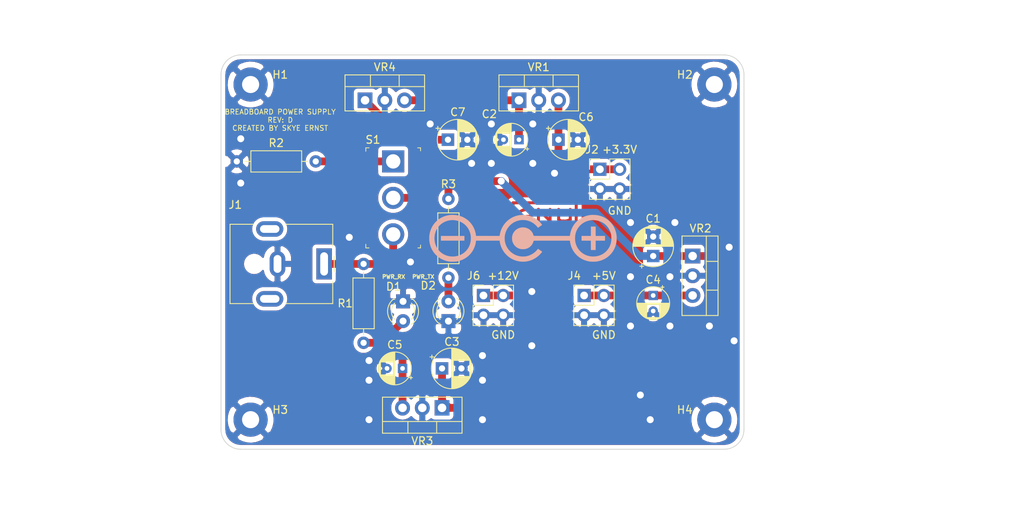
<source format=kicad_pcb>
(kicad_pcb (version 20171130) (host pcbnew "(5.1.4)-1")
  (layers (0 F.Cu signal) (31 B.Cu signal) (34 B.Paste user) (35 F.Paste user) (36 B.SilkS user hide) (37 F.SilkS user) (38 B.Mask user) (39 F.Mask user) (44 Edge.Cuts user))
  (net 0 "")
  (net 1 /PWR_AFT_SW)
  (net 2 GND)
  (net 3 +5V)
  (net 4 +12V)
  (net 5 +3V3)
  (net 6 "Net-(D1-Pad2)")
  (net 7 "Net-(D2-Pad2)")
  (net 8 /PWR_IN)
  (net 9 "Net-(R2-Pad2)")
  (net 10 "Net-(C2-Pad1)")
  (module Symbol:Symbol_GNU-GPL_CopperTop_Small (layer F.Cu) (at 83.566 46.228)
    (fp_text reference REF** hide)
    (fp_text value Symbol_GNU-GPL_CopperTop_Small)
    (fp_line (start -4.064 2.54) (end -4.064 -3.048) (layer F.Cu) (width 0.381))
    (fp_line (start 4.064 2.54) (end -4.064 2.54) (layer F.Cu) (width 0.381))
    (fp_line (start 4.064 -3.048) (end 4.064 2.54) (layer F.Cu) (width 0.381))
    (fp_line (start -4.064 -3.048) (end 4.064 -3.048) (layer F.Cu) (width 0.381))
    (fp_line (start -1.80086 -1.30048) (end -2.30124 -1.30048) (layer F.Cu) (width 0.381))
    (fp_line (start -1.80086 -0.8001) (end -1.80086 -1.30048) (layer F.Cu) (width 0.381))
    (fp_line (start -2.49936 -0.59944) (end -1.80086 -0.8001) (layer F.Cu) (width 0.381))
    (fp_line (start -2.99974 -0.8001) (end -2.49936 -0.59944) (layer F.Cu) (width 0.381))
    (fp_line (start -3.29946 -1.09982) (end -2.99974 -0.8001) (layer F.Cu) (width 0.381))
    (fp_line (start -3.40106 -1.50114) (end -3.29946 -1.09982) (layer F.Cu) (width 0.381))
    (fp_line (start -3.2004 -1.89992) (end -3.40106 -1.50114) (layer F.Cu) (width 0.381))
    (fp_line (start -2.79908 -2.10058) (end -3.2004 -1.89992) (layer F.Cu) (width 0.381))
    (fp_line (start -2.30124 -2.19964) (end -2.79908 -2.10058) (layer F.Cu) (width 0.381))
    (fp_line (start -1.99898 -2.10058) (end -2.30124 -2.19964) (layer F.Cu) (width 0.381))
    (fp_line (start 0.70104 -0.70104) (end 0.70104 -2.19964) (layer F.Cu) (width 0.381))
    (fp_line (start -0.8001 -2.19964) (end 0.70104 -0.70104) (layer F.Cu) (width 0.381))
    (fp_line (start -0.8001 -0.70104) (end -0.8001 -2.19964) (layer F.Cu) (width 0.381))
    (fp_line (start 3.29946 -0.89916) (end 3.29946 -2.19964) (layer F.Cu) (width 0.381))
    (fp_line (start 3.0988 -0.8001) (end 3.29946 -0.89916) (layer F.Cu) (width 0.381))
    (fp_line (start 2.79908 -0.70104) (end 3.0988 -0.8001) (layer F.Cu) (width 0.381))
    (fp_line (start 2.4003 -0.70104) (end 2.79908 -0.70104) (layer F.Cu) (width 0.381))
    (fp_line (start 2.10058 -0.70104) (end 2.4003 -0.70104) (layer F.Cu) (width 0.381))
    (fp_line (start 1.80086 -0.89916) (end 2.10058 -0.70104) (layer F.Cu) (width 0.381))
    (fp_line (start 1.80086 -2.19964) (end 1.80086 -0.89916) (layer F.Cu) (width 0.381))
    (fp_line (start -1.50114 1.30048) (end -1.99898 1.30048) (layer F.Cu) (width 0.381))
    (fp_line (start -1.50114 1.80086) (end -1.50114 1.30048) (layer F.Cu) (width 0.381))
    (fp_line (start -1.99898 1.89992) (end -1.50114 1.80086) (layer F.Cu) (width 0.381))
    (fp_line (start -2.30124 1.89992) (end -1.99898 1.89992) (layer F.Cu) (width 0.381))
    (fp_line (start -2.60096 1.80086) (end -2.30124 1.89992) (layer F.Cu) (width 0.381))
    (fp_line (start -2.90068 1.6002) (end -2.60096 1.80086) (layer F.Cu) (width 0.381))
    (fp_line (start -2.99974 1.19888) (end -2.90068 1.6002) (layer F.Cu) (width 0.381))
    (fp_line (start -2.99974 0.89916) (end -2.99974 1.19888) (layer F.Cu) (width 0.381))
    (fp_line (start -2.79908 0.59944) (end -2.99974 0.89916) (layer F.Cu) (width 0.381))
    (fp_line (start -2.60096 0.50038) (end -2.79908 0.59944) (layer F.Cu) (width 0.381))
    (fp_line (start -2.30124 0.39878) (end -2.60096 0.50038) (layer F.Cu) (width 0.381))
    (fp_line (start -1.80086 0.39878) (end -2.30124 0.39878) (layer F.Cu) (width 0.381))
    (fp_line (start -1.6002 0.50038) (end -1.80086 0.39878) (layer F.Cu) (width 0.381))
    (fp_line (start 0.50038 1.19888) (end -0.39878 1.19888) (layer F.Cu) (width 0.381))
    (fp_line (start 0.8001 1.09982) (end 0.50038 1.19888) (layer F.Cu) (width 0.381))
    (fp_line (start 1.00076 0.89916) (end 0.8001 1.09982) (layer F.Cu) (width 0.381))
    (fp_line (start 1.00076 0.70104) (end 1.00076 0.89916) (layer F.Cu) (width 0.381))
    (fp_line (start 0.89916 0.50038) (end 1.00076 0.70104) (layer F.Cu) (width 0.381))
    (fp_line (start 0.70104 0.39878) (end 0.89916 0.50038) (layer F.Cu) (width 0.381))
    (fp_line (start 0.50038 0.39878) (end 0.70104 0.39878) (layer F.Cu) (width 0.381))
    (fp_line (start -0.39878 0.39878) (end 0.50038 0.39878) (layer F.Cu) (width 0.381))
    (fp_line (start -0.39878 1.89992) (end -0.39878 0.39878) (layer F.Cu) (width 0.381))
    (fp_line (start 2.10058 1.89992) (end 3.29946 1.89992) (layer F.Cu) (width 0.381))
    (fp_line (start 2.10058 0.29972) (end 2.10058 1.89992) (layer F.Cu) (width 0.381))
  )
  (module Symbol:Polarity_Center_Positive_6mm_SilkScreen (layer B.Cu) (at 80.772 47.752)
    (fp_text reference REF** hide)
    (fp_text value Polarity_Center_Positive_6mm_SilkScreen hide)
  )
  (module Symbol:OSHW-Logo2_9.8x8mm_Copper (layer F.Cu) (at 56.007 69.85)
    (fp_text reference REF** hide)
    (fp_text value OSHW-Logo2_9.8x8mm_Copper hide)
    (fp_poly (pts (xy 0.139878 -3.712224) (xy 0.245612 -3.711645) (xy 0.322132 -3.710078) (xy 0.374372 -3.707028) (xy 0.407263 -3.702004) (xy 0.425737 -3.694511) (xy 0.434727 -3.684056) (xy 0.439163 -3.670147) (xy 0.439594 -3.668346) (xy 0.446333 -3.635855) (xy 0.458808 -3.571748) (xy 0.475719 -3.482849) (xy 0.495771 -3.375981) (xy 0.517664 -3.257967) (xy 0.518429 -3.253822) (xy 0.540359 -3.138169) (xy 0.560877 -3.035986) (xy 0.578659 -2.953402) (xy 0.592381 -2.896544) (xy 0.600718 -2.871542) (xy 0.601116 -2.871099) (xy 0.625677 -2.85889) (xy 0.676315 -2.838544) (xy 0.742095 -2.814455) (xy 0.742461 -2.814326) (xy 0.825317 -2.783182) (xy 0.923 -2.743509) (xy 1.015077 -2.703619) (xy 1.019434 -2.701647) (xy 1.169407 -2.63358) (xy 1.501498 -2.860361) (xy 1.603374 -2.929496) (xy 1.695657 -2.991303) (xy 1.773003 -3.042267) (xy 1.830064 -3.078873) (xy 1.861495 -3.097606) (xy 1.864479 -3.098996) (xy 1.887321 -3.09281) (xy 1.929982 -3.062965) (xy 1.994128 -3.008053) (xy 2.081421 -2.926666) (xy 2.170535 -2.840078) (xy 2.256441 -2.754753) (xy 2.333327 -2.676892) (xy 2.396564 -2.611303) (xy 2.441523 -2.562795) (xy 2.463576 -2.536175) (xy 2.464396 -2.534805) (xy 2.466834 -2.516537) (xy 2.45765 -2.486705) (xy 2.434574 -2.441279) (xy 2.395337 -2.37623) (xy 2.33767 -2.28753) (xy 2.260795 -2.173343) (xy 2.19257 -2.072838) (xy 2.131582 -1.982697) (xy 2.081356 -1.908151) (xy 2.045416 -1.854435) (xy 2.027287 -1.826782) (xy 2.026146 -1.824905) (xy 2.028359 -1.79841) (xy 2.045138 -1.746914) (xy 2.073142 -1.680149) (xy 2.083122 -1.658828) (xy 2.126672 -1.563841) (xy 2.173134 -1.456063) (xy 2.210877 -1.362808) (xy 2.238073 -1.293594) (xy 2.259675 -1.240994) (xy 2.272158 -1.213503) (xy 2.273709 -1.211384) (xy 2.296668 -1.207876) (xy 2.350786 -1.198262) (xy 2.428868 -1.183911) (xy 2.523719 -1.166193) (xy 2.628143 -1.146475) (xy 2.734944 -1.126126) (xy 2.836926 -1.106514) (xy 2.926894 -1.089009) (xy 2.997653 -1.074978) (xy 3.042006 -1.065791) (xy 3.052885 -1.063193) (xy 3.064122 -1.056782) (xy 3.072605 -1.042303) (xy 3.078714 -1.014867) (xy 3.082832 -0.969589) (xy 3.085341 -0.90158) (xy 3.086621 -0.805953) (xy 3.087054 -0.67782) (xy 3.087077 -0.625299) (xy 3.087077 -0.198155) (xy 2.9845 -0.177909) (xy 2.927431 -0.16693) (xy 2.842269 -0.150905) (xy 2.739372 -0.131767) (xy 2.629096 -0.111449) (xy 2.598615 -0.105868) (xy 2.496855 -0.086083) (xy 2.408205 -0.066627) (xy 2.340108 -0.049303) (xy 2.300004 -0.035912) (xy 2.293323 -0.031921) (xy 2.276919 -0.003658) (xy 2.253399 0.051109) (xy 2.227316 0.121588) (xy 2.222142 0.136769) (xy 2.187956 0.230896) (xy 2.145523 0.337101) (xy 2.103997 0.432473) (xy 2.103792 0.432916) (xy 2.03464 0.582525) (xy 2.489512 1.251617) (xy 2.1975 1.544116) (xy 2.10918 1.63117) (xy 2.028625 1.707909) (xy 1.96036 1.770237) (xy 1.908908 1.814056) (xy 1.878794 1.83527) (xy 1.874474 1.836616) (xy 1.849111 1.826016) (xy 1.797358 1.796547) (xy 1.724868 1.751705) (xy 1.637294 1.694984) (xy 1.542612 1.631462) (xy 1.446516 1.566668) (xy 1.360837 1.510287) (xy 1.291016 1.465788) (xy 1.242494 1.436639) (xy 1.220782 1.426308) (xy 1.194293 1.43505) (xy 1.144062 1.458087) (xy 1.080451 1.490631) (xy 1.073708 1.494249) (xy 0.988046 1.53721) (xy 0.929306 1.558279) (xy 0.892772 1.558503) (xy 0.873731 1.538928) (xy 0.87362 1.538654) (xy 0.864102 1.515472) (xy 0.841403 1.460441) (xy 0.807282 1.377822) (xy 0.7635 1.271872) (xy 0.711816 1.146852) (xy 0.653992 1.00702) (xy 0.597991 0.871637) (xy 0.536447 0.722234) (xy 0.479939 0.583832) (xy 0.430161 0.460673) (xy 0.388806 0.357002) (xy 0.357568 0.277059) (xy 0.338141 0.225088) (xy 0.332154 0.205692) (xy 0.347168 0.183443) (xy 0.386439 0.147982) (xy 0.438807 0.108887) (xy 0.587941 -0.014755) (xy 0.704511 -0.156478) (xy 0.787118 -0.313296) (xy 0.834366 -0.482225) (xy 0.844857 -0.660278) (xy 0.837231 -0.742461) (xy 0.795682 -0.912969) (xy 0.724123 -1.063541) (xy 0.626995 -1.192691) (xy 0.508734 -1.298936) (xy 0.37378 -1.38079) (xy 0.226571 -1.436768) (xy 0.071544 -1.465385) (xy -0.086861 -1.465156) (xy -0.244206 -1.434595) (xy -0.396054 -1.372218) (xy -0.537965 -1.27654) (xy -0.597197 -1.222428) (xy -0.710797 -1.08348) (xy -0.789894 -0.931639) (xy -0.835014 -0.771333) (xy -0.846684 -0.606988) (xy -0.825431 -0.443029) (xy -0.77178 -0.283882) (xy -0.68626 -0.133975) (xy -0.569395 0.002267) (xy -0.438807 0.108887) (xy -0.384412 0.149642) (xy -0.345986 0.184718) (xy -0.332154 0.205726) (xy -0.339397 0.228635) (xy -0.359995 0.283365) (xy -0.392254 0.365672) (xy -0.434479 0.471315) (xy -0.484977 0.59605) (xy -0.542052 0.735636) (xy -0.598146 0.87167) (xy -0.660033 1.021201) (xy -0.717356 1.159767) (xy -0.768356 1.283107) (xy -0.811273 1.386964) (xy -0.844347 1.46708) (xy -0.865819 1.519195) (xy -0.873775 1.538654) (xy -0.892571 1.558423) (xy -0.928926 1.558365) (xy -0.987521 1.537441) (xy -1.073032 1.494613) (xy -1.073708 1.494249) (xy -1.138093 1.461012) (xy -1.190139 1.436802) (xy -1.219488 1.426404) (xy -1.220783 1.426308) (xy -1.242876 1.436855) (xy -1.291652 1.466184) (xy -1.361669 1.510827) (xy -1.447486 1.567314) (xy -1.542612 1.631462) (xy -1.63946 1.696411) (xy -1.726747 1.752896) (xy -1.798819 1.797421) (xy -1.850023 1.82649) (xy -1.874474 1.836616) (xy -1.89699 1.823307) (xy -1.942258 1.786112) (xy -2.005756 1.729128) (xy -2.082961 1.656449) (xy -2.169349 1.572171) (xy -2.197601 1.544016) (xy -2.489713 1.251416) (xy -2.267369 0.925104) (xy -2.199798 0.824897) (xy -2.140493 0.734963) (xy -2.092783 0.66051) (xy -2.059993 0.606751) (xy -2.045452 0.578894) (xy -2.045026 0.576912) (xy -2.052692 0.550655) (xy -2.073311 0.497837) (xy -2.103315 0.42731) (xy -2.124375 0.380093) (xy -2.163752 0.289694) (xy -2.200835 0.198366) (xy -2.229585 0.1212) (xy -2.237395 0.097692) (xy -2.259583 0.034916) (xy -2.281273 -0.013589) (xy -2.293187 -0.031921) (xy -2.319477 -0.043141) (xy -2.376858 -0.059046) (xy -2.457882 -0.077833) (xy -2.555105 -0.097701) (xy -2.598615 -0.105868) (xy -2.709104 -0.126171) (xy -2.815084 -0.14583) (xy -2.906199 -0.162912) (xy -2.972092 -0.175482) (xy -2.9845 -0.177909) (xy -3.087077 -0.198155) (xy -3.087077 -0.625299) (xy -3.086847 -0.765754) (xy -3.085901 -0.872021) (xy -3.083859 -0.948987) (xy -3.080338 -1.00154) (xy -3.074957 -1.034567) (xy -3.067334 -1.052955) (xy -3.057088 -1.061592) (xy -3.052885 -1.063193) (xy -3.02753 -1.068873) (xy -2.971516 -1.080205) (xy -2.892036 -1.095821) (xy -2.796288 -1.114353) (xy -2.691467 -1.134431) (xy -2.584768 -1.154688) (xy -2.483387 -1.173754) (xy -2.394521 -1.190261) (xy -2.325363 -1.202841) (xy -2.283111 -1.210125) (xy -2.27371 -1.211384) (xy -2.265193 -1.228237) (xy -2.24634 -1.27313) (xy -2.220676 -1.33757) (xy -2.210877 -1.362808) (xy -2.171352 -1.460314) (xy -2.124808 -1.568041) (xy -2.083123 -1.658828) (xy -2.05245 -1.728247) (xy -2.032044 -1.78529) (xy -2.025232 -1.820223) (xy -2.026318 -1.824905) (xy -2.040715 -1.847009) (xy -2.073588 -1.896169) (xy -2.12141 -1.967152) (xy -2.180652 -2.054722) (xy -2.247785 -2.153643) (xy -2.261059 -2.17317) (xy -2.338954 -2.28886) (xy -2.396213 -2.376956) (xy -2.435119 -2.441514) (xy -2.457956 -2.486589) (xy -2.467006 -2.516237) (xy -2.464552 -2.534515) (xy -2.464489 -2.534631) (xy -2.445173 -2.558639) (xy -2.402449 -2.605053) (xy -2.340949 -2.669063) (xy -2.265302 -2.745855) (xy -2.180139 -2.830618) (xy -2.170535 -2.840078) (xy -2.06321 -2.944011) (xy -1.980385 -3.020325) (xy -1.920395 -3.070429) (xy -1.881577 -3.09573) (xy -1.86448 -3.098996) (xy -1.839527 -3.08475) (xy -1.787745 -3.051844) (xy -1.71448 -3.003792) (xy -1.62508 -2.94411) (xy -1.524889 -2.876312) (xy -1.501499 -2.860361) (xy -1.169407 -2.63358) (xy -1.019435 -2.701647) (xy -0.92823 -2.741315) (xy -0.830331 -2.781209) (xy -0.746169 -2.813017) (xy -0.742462 -2.814326) (xy -0.676631 -2.838424) (xy -0.625884 -2.8588) (xy -0.601158 -2.871064) (xy -0.601116 -2.871099) (xy -0.593271 -2.893266) (xy -0.579934 -2.947783) (xy -0.56243 -3.02852) (xy -0.542083 -3.12935) (xy -0.520218 -3.244144) (xy -0.518429 -3.253822) (xy -0.496496 -3.372096) (xy -0.47636 -3.479458) (xy -0.45932 -3.569083) (xy -0.446672 -3.634149) (xy -0.439716 -3.667832) (xy -0.439594 -3.668346) (xy -0.435361 -3.682675) (xy -0.427129 -3.693493) (xy -0.409967 -3.701294) (xy -0.378942 -3.706571) (xy -0.329122 -3.709818) (xy -0.255576 -3.711528) (xy -0.153371 -3.712193) (xy -0.017575 -3.712307) (xy 0 -3.712308) (xy 0.139878 -3.712224)) (layer F.Cu) (width 0.01))
    (fp_poly (pts (xy 4.245224 2.647838) (xy 4.322528 2.698361) (xy 4.359814 2.74359) (xy 4.389353 2.825663) (xy 4.391699 2.890607) (xy 4.386385 2.977445) (xy 4.186115 3.065103) (xy 4.088739 3.109887) (xy 4.025113 3.145913) (xy 3.992029 3.177117) (xy 3.98628 3.207436) (xy 4.004658 3.240805) (xy 4.024923 3.262923) (xy 4.083889 3.298393) (xy 4.148024 3.300879) (xy 4.206926 3.273235) (xy 4.250197 3.21832) (xy 4.257936 3.198928) (xy 4.295006 3.138364) (xy 4.337654 3.112552) (xy 4.396154 3.090471) (xy 4.396154 3.174184) (xy 4.390982 3.23115) (xy 4.370723 3.279189) (xy 4.328262 3.334346) (xy 4.321951 3.341514) (xy 4.27472 3.390585) (xy 4.234121 3.41692) (xy 4.183328 3.429035) (xy 4.14122 3.433003) (xy 4.065902 3.433991) (xy 4.012286 3.421466) (xy 3.978838 3.402869) (xy 3.926268 3.361975) (xy 3.889879 3.317748) (xy 3.86685 3.262126) (xy 3.854359 3.187047) (xy 3.849587 3.084449) (xy 3.849206 3.032376) (xy 3.850501 2.969948) (xy 3.968471 2.969948) (xy 3.969839 3.003438) (xy 3.973249 3.008923) (xy 3.995753 3.001472) (xy 4.044182 2.981753) (xy 4.108908 2.953718) (xy 4.122443 2.947692) (xy 4.204244 2.906096) (xy 4.249312 2.869538) (xy 4.259217 2.835296) (xy 4.235526 2.800648) (xy 4.21596 2.785339) (xy 4.14536 2.754721) (xy 4.07928 2.75978) (xy 4.023959 2.797151) (xy 3.985636 2.863473) (xy 3.973349 2.916116) (xy 3.968471 2.969948) (xy 3.850501 2.969948) (xy 3.85173 2.91072) (xy 3.861032 2.82071) (xy 3.87946 2.755167) (xy 3.90936 2.706912) (xy 3.95308 2.668767) (xy 3.972141 2.65644) (xy 4.058726 2.624336) (xy 4.153522 2.622316) (xy 4.245224 2.647838)) (layer F.Cu) (width 0.01))
    (fp_poly (pts (xy 3.570807 2.636782) (xy 3.594161 2.646988) (xy 3.649902 2.691134) (xy 3.697569 2.754967) (xy 3.727048 2.823087) (xy 3.731846 2.85667) (xy 3.71576 2.903556) (xy 3.680475 2.928365) (xy 3.642644 2.943387) (xy 3.625321 2.946155) (xy 3.616886 2.926066) (xy 3.60023 2.882351) (xy 3.592923 2.862598) (xy 3.551948 2.794271) (xy 3.492622 2.760191) (xy 3.416552 2.761239) (xy 3.410918 2.762581) (xy 3.370305 2.781836) (xy 3.340448 2.819375) (xy 3.320055 2.879809) (xy 3.307836 2.967751) (xy 3.3025 3.087813) (xy 3.302 3.151698) (xy 3.301752 3.252403) (xy 3.300126 3.321054) (xy 3.295801 3.364673) (xy 3.287454 3.390282) (xy 3.273765 3.404903) (xy 3.253411 3.415558) (xy 3.252234 3.416095) (xy 3.213038 3.432667) (xy 3.193619 3.438769) (xy 3.190635 3.420319) (xy 3.188081 3.369323) (xy 3.18614 3.292308) (xy 3.184997 3.195805) (xy 3.184769 3.125184) (xy 3.185932 2.988525) (xy 3.190479 2.884851) (xy 3.199999 2.808108) (xy 3.216081 2.752246) (xy 3.240313 2.711212) (xy 3.274286 2.678954) (xy 3.307833 2.65644) (xy 3.388499 2.626476) (xy 3.482381 2.619718) (xy 3.570807 2.636782)) (layer F.Cu) (width 0.01))
    (fp_poly (pts (xy 2.887333 2.633528) (xy 2.94359 2.659117) (xy 2.987747 2.690124) (xy 3.020101 2.724795) (xy 3.042438 2.76952) (xy 3.056546 2.830692) (xy 3.064211 2.914701) (xy 3.06722 3.02794) (xy 3.067538 3.102509) (xy 3.067538 3.39342) (xy 3.017773 3.416095) (xy 2.978576 3.432667) (xy 2.959157 3.438769) (xy 2.955442 3.42061) (xy 2.952495 3.371648) (xy 2.950691 3.300153) (xy 2.950308 3.243385) (xy 2.948661 3.161371) (xy 2.944222 3.096309) (xy 2.93774 3.056467) (xy 2.93259 3.048) (xy 2.897977 3.056646) (xy 2.84364 3.078823) (xy 2.780722 3.108886) (xy 2.720368 3.141192) (xy 2.673721 3.170098) (xy 2.651926 3.189961) (xy 2.651839 3.190175) (xy 2.653714 3.226935) (xy 2.670525 3.262026) (xy 2.700039 3.290528) (xy 2.743116 3.300061) (xy 2.779932 3.29895) (xy 2.832074 3.298133) (xy 2.859444 3.310349) (xy 2.875882 3.342624) (xy 2.877955 3.34871) (xy 2.885081 3.394739) (xy 2.866024 3.422687) (xy 2.816353 3.436007) (xy 2.762697 3.43847) (xy 2.666142 3.42021) (xy 2.616159 3.394131) (xy 2.554429 3.332868) (xy 2.52169 3.25767) (xy 2.518753 3.178211) (xy 2.546424 3.104167) (xy 2.588047 3.057769) (xy 2.629604 3.031793) (xy 2.694922 2.998907) (xy 2.771038 2.965557) (xy 2.783726 2.960461) (xy 2.867333 2.923565) (xy 2.91553 2.891046) (xy 2.93103 2.858718) (xy 2.91655 2.822394) (xy 2.891692 2.794) (xy 2.832939 2.759039) (xy 2.768293 2.756417) (xy 2.709008 2.783358) (xy 2.666339 2.837088) (xy 2.660739 2.85095) (xy 2.628133 2.901936) (xy 2.58053 2.939787) (xy 2.520461 2.97085) (xy 2.520461 2.882768) (xy 2.523997 2.828951) (xy 2.539156 2.786534) (xy 2.572768 2.741279) (xy 2.605035 2.70642) (xy 2.655209 2.657062) (xy 2.694193 2.630547) (xy 2.736064 2.619911) (xy 2.78346 2.618154) (xy 2.887333 2.633528)) (layer F.Cu) (width 0.01))
    (fp_poly (pts (xy 2.395929 2.636662) (xy 2.398911 2.688068) (xy 2.401247 2.766192) (xy 2.402749 2.864857) (xy 2.403231 2.968343) (xy 2.403231 3.318533) (xy 2.341401 3.380363) (xy 2.298793 3.418462) (xy 2.26139 3.433895) (xy 2.21027 3.432918) (xy 2.189978 3.430433) (xy 2.126554 3.4232) (xy 2.074095 3.419055) (xy 2.061308 3.418672) (xy 2.018199 3.421176) (xy 1.956544 3.427462) (xy 1.932638 3.430433) (xy 1.873922 3.435028) (xy 1.834464 3.425046) (xy 1.795338 3.394228) (xy 1.781215 3.380363) (xy 1.719385 3.318533) (xy 1.719385 2.663503) (xy 1.76915 2.640829) (xy 1.812002 2.624034) (xy 1.837073 2.618154) (xy 1.843501 2.636736) (xy 1.849509 2.688655) (xy 1.854697 2.768172) (xy 1.858664 2.869546) (xy 1.860577 2.955192) (xy 1.865923 3.292231) (xy 1.91256 3.298825) (xy 1.954976 3.294214) (xy 1.97576 3.279287) (xy 1.98157 3.251377) (xy 1.98653 3.191925) (xy 1.990246 3.108466) (xy 1.992324 3.008532) (xy 1.992624 2.957104) (xy 1.992923 2.661054) (xy 2.054454 2.639604) (xy 2.098004 2.62502) (xy 2.121694 2.618219) (xy 2.122377 2.618154) (xy 2.124754 2.636642) (xy 2.127366 2.687906) (xy 2.129995 2.765649) (xy 2.132421 2.863574) (xy 2.134115 2.955192) (xy 2.139461 3.292231) (xy 2.256692 3.292231) (xy 2.262072 2.984746) (xy 2.267451 2.677261) (xy 2.324601 2.647707) (xy 2.366797 2.627413) (xy 2.39177 2.618204) (xy 2.392491 2.618154) (xy 2.395929 2.636662)) (layer F.Cu) (width 0.01))
    (fp_poly (pts (xy 1.602081 2.780289) (xy 1.601833 2.92632) (xy 1.600872 3.038655) (xy 1.598794 3.122678) (xy 1.595193 3.183769) (xy 1.589665 3.227309) (xy 1.581804 3.258679) (xy 1.571207 3.283262) (xy 1.563182 3.297294) (xy 1.496728 3.373388) (xy 1.41247 3.421084) (xy 1.319249 3.438199) (xy 1.2259 3.422546) (xy 1.170312 3.394418) (xy 1.111957 3.34576) (xy 1.072186 3.286333) (xy 1.04819 3.208507) (xy 1.037161 3.104652) (xy 1.035599 3.028462) (xy 1.035809 3.022986) (xy 1.172308 3.022986) (xy 1.173141 3.110355) (xy 1.176961 3.168192) (xy 1.185746 3.206029) (xy 1.201474 3.233398) (xy 1.220266 3.254042) (xy 1.283375 3.29389) (xy 1.351137 3.297295) (xy 1.415179 3.264025) (xy 1.420164 3.259517) (xy 1.441439 3.236067) (xy 1.454779 3.208166) (xy 1.462001 3.166641) (xy 1.464923 3.102316) (xy 1.465385 3.0312) (xy 1.464383 2.941858) (xy 1.460238 2.882258) (xy 1.451236 2.843089) (xy 1.435667 2.81504) (xy 1.422902 2.800144) (xy 1.3636 2.762575) (xy 1.295301 2.758057) (xy 1.23011 2.786753) (xy 1.217528 2.797406) (xy 1.196111 2.821063) (xy 1.182744 2.849251) (xy 1.175566 2.891245) (xy 1.172719 2.956319) (xy 1.172308 3.022986) (xy 1.035809 3.022986) (xy 1.040322 2.905765) (xy 1.056362 2.813577) (xy 1.086528 2.744269) (xy 1.133629 2.690211) (xy 1.170312 2.662505) (xy 1.23699 2.632572) (xy 1.314272 2.618678) (xy 1.38611 2.622397) (xy 1.426308 2.6374) (xy 1.442082 2.64167) (xy 1.45255 2.62575) (xy 1.459856 2.583089) (xy 1.465385 2.518106) (xy 1.471437 2.445732) (xy 1.479844 2.402187) (xy 1.495141 2.377287) (xy 1.521864 2.360845) (xy 1.538654 2.353564) (xy 1.602154 2.326963) (xy 1.602081 2.780289)) (layer F.Cu) (width 0.01))
    (fp_poly (pts (xy 0.713362 2.62467) (xy 0.802117 2.657421) (xy 0.874022 2.71535) (xy 0.902144 2.756128) (xy 0.932802 2.830954) (xy 0.932165 2.885058) (xy 0.899987 2.921446) (xy 0.888081 2.927633) (xy 0.836675 2.946925) (xy 0.810422 2.941982) (xy 0.80153 2.909587) (xy 0.801077 2.891692) (xy 0.784797 2.825859) (xy 0.742365 2.779807) (xy 0.683388 2.757564) (xy 0.617475 2.763161) (xy 0.563895 2.792229) (xy 0.545798 2.80881) (xy 0.532971 2.828925) (xy 0.524306 2.859332) (xy 0.518696 2.906788) (xy 0.515035 2.97805) (xy 0.512215 3.079875) (xy 0.511484 3.112115) (xy 0.50882 3.22241) (xy 0.505792 3.300036) (xy 0.50125 3.351396) (xy 0.494046 3.38289) (xy 0.483033 3.40092) (xy 0.46706 3.411888) (xy 0.456834 3.416733) (xy 0.413406 3.433301) (xy 0.387842 3.438769) (xy 0.379395 3.420507) (xy 0.374239 3.365296) (xy 0.372346 3.272499) (xy 0.373689 3.141478) (xy 0.374107 3.121269) (xy 0.377058 3.001733) (xy 0.380548 2.914449) (xy 0.385514 2.852591) (xy 0.392893 2.809336) (xy 0.403624 2.77786) (xy 0.418645 2.751339) (xy 0.426502 2.739975) (xy 0.471553 2.689692) (xy 0.52194 2.650581) (xy 0.528108 2.647167) (xy 0.618458 2.620212) (xy 0.713362 2.62467)) (layer F.Cu) (width 0.01))
    (fp_poly (pts (xy 0.053501 2.626303) (xy 0.13006 2.654733) (xy 0.130936 2.655279) (xy 0.178285 2.690127) (xy 0.213241 2.730852) (xy 0.237825 2.783925) (xy 0.254062 2.855814) (xy 0.263975 2.952992) (xy 0.269586 3.081928) (xy 0.270077 3.100298) (xy 0.277141 3.377287) (xy 0.217695 3.408028) (xy 0.174681 3.428802) (xy 0.14871 3.438646) (xy 0.147509 3.438769) (xy 0.143014 3.420606) (xy 0.139444 3.371612) (xy 0.137248 3.300031) (xy 0.136769 3.242068) (xy 0.136758 3.14817) (xy 0.132466 3.089203) (xy 0.117503 3.061079) (xy 0.085482 3.059706) (xy 0.030014 3.080998) (xy -0.053731 3.120136) (xy -0.115311 3.152643) (xy -0.146983 3.180845) (xy -0.156294 3.211582) (xy -0.156308 3.213104) (xy -0.140943 3.266054) (xy -0.095453 3.29466) (xy -0.025834 3.298803) (xy 0.024313 3.298084) (xy 0.050754 3.312527) (xy 0.067243 3.347218) (xy 0.076733 3.391416) (xy 0.063057 3.416493) (xy 0.057907 3.420082) (xy 0.009425 3.434496) (xy -0.058469 3.436537) (xy -0.128388 3.426983) (xy -0.177932 3.409522) (xy -0.24643 3.351364) (xy -0.285366 3.270408) (xy -0.293077 3.20716) (xy -0.287193 3.150111) (xy -0.265899 3.103542) (xy -0.223735 3.062181) (xy -0.155241 3.020755) (xy -0.054956 2.973993) (xy -0.048846 2.97135) (xy 0.04149 2.929617) (xy 0.097235 2.895391) (xy 0.121129 2.864635) (xy 0.115913 2.833311) (xy 0.084328 2.797383) (xy 0.074883 2.789116) (xy 0.011617 2.757058) (xy -0.053936 2.758407) (xy -0.111028 2.789838) (xy -0.148907 2.848024) (xy -0.152426 2.859446) (xy -0.1867 2.914837) (xy -0.230191 2.941518) (xy -0.293077 2.96796) (xy -0.293077 2.899548) (xy -0.273948 2.80011) (xy -0.217169 2.708902) (xy -0.187622 2.678389) (xy -0.120458 2.639228) (xy -0.035044 2.6215) (xy 0.053501 2.626303)) (layer F.Cu) (width 0.01))
    (fp_poly (pts (xy -0.840154 2.49212) (xy -0.834428 2.57198) (xy -0.827851 2.619039) (xy -0.818738 2.639566) (xy -0.805402 2.639829) (xy -0.801077 2.637378) (xy -0.743556 2.619636) (xy -0.668732 2.620672) (xy -0.592661 2.63891) (xy -0.545082 2.662505) (xy -0.496298 2.700198) (xy -0.460636 2.742855) (xy -0.436155 2.797057) (xy -0.420913 2.869384) (xy -0.41297 2.966419) (xy -0.410384 3.094742) (xy -0.410338 3.119358) (xy -0.410308 3.39587) (xy -0.471839 3.41732) (xy -0.515541 3.431912) (xy -0.539518 3.438706) (xy -0.540223 3.438769) (xy -0.542585 3.420345) (xy -0.544594 3.369526) (xy -0.546099 3.292993) (xy -0.546947 3.19743) (xy -0.547077 3.139329) (xy -0.547349 3.024771) (xy -0.548748 2.942667) (xy -0.552151 2.886393) (xy -0.558433 2.849326) (xy -0.568471 2.824844) (xy -0.583139 2.806325) (xy -0.592298 2.797406) (xy -0.655211 2.761466) (xy -0.723864 2.758775) (xy -0.786152 2.78917) (xy -0.797671 2.800144) (xy -0.814567 2.820779) (xy -0.826286 2.845256) (xy -0.833767 2.880647) (xy -0.837946 2.934026) (xy -0.839763 3.012466) (xy -0.840154 3.120617) (xy -0.840154 3.39587) (xy -0.901685 3.41732) (xy -0.945387 3.431912) (xy -0.969364 3.438706) (xy -0.97007 3.438769) (xy -0.971874 3.420069) (xy -0.9735 3.367322) (xy -0.974883 3.285557) (xy -0.975958 3.179805) (xy -0.97666 3.055094) (xy -0.976923 2.916455) (xy -0.976923 2.381806) (xy -0.849923 2.328236) (xy -0.840154 2.49212)) (layer F.Cu) (width 0.01))
    (fp_poly (pts (xy -2.465746 2.599745) (xy -2.388714 2.651567) (xy -2.329184 2.726412) (xy -2.293622 2.821654) (xy -2.286429 2.891756) (xy -2.287246 2.921009) (xy -2.294086 2.943407) (xy -2.312888 2.963474) (xy -2.349592 2.985733) (xy -2.410138 3.014709) (xy -2.500466 3.054927) (xy -2.500923 3.055129) (xy -2.584067 3.09321) (xy -2.652247 3.127025) (xy -2.698495 3.152933) (xy -2.715842 3.167295) (xy -2.715846 3.167411) (xy -2.700557 3.198685) (xy -2.664804 3.233157) (xy -2.623758 3.25799) (xy -2.602963 3.262923) (xy -2.54623 3.245862) (xy -2.497373 3.203133) (xy -2.473535 3.156155) (xy -2.450603 3.121522) (xy -2.405682 3.082081) (xy -2.352877 3.048009) (xy -2.30629 3.02948) (xy -2.296548 3.028462) (xy -2.285582 3.045215) (xy -2.284921 3.088039) (xy -2.29298 3.145781) (xy -2.308173 3.207289) (xy -2.328914 3.261409) (xy -2.329962 3.26351) (xy -2.392379 3.35066) (xy -2.473274 3.409939) (xy -2.565144 3.439034) (xy -2.660487 3.435634) (xy -2.751802 3.397428) (xy -2.755862 3.394741) (xy -2.827694 3.329642) (xy -2.874927 3.244705) (xy -2.901066 3.133021) (xy -2.904574 3.101643) (xy -2.910787 2.953536) (xy -2.903339 2.884468) (xy -2.715846 2.884468) (xy -2.71341 2.927552) (xy -2.700086 2.940126) (xy -2.666868 2.930719) (xy -2.614506 2.908483) (xy -2.555976 2.88061) (xy -2.554521 2.879872) (xy -2.504911 2.853777) (xy -2.485 2.836363) (xy -2.48991 2.818107) (xy -2.510584 2.79412) (xy -2.563181 2.759406) (xy -2.619823 2.756856) (xy -2.670631 2.782119) (xy -2.705724 2.830847) (xy -2.715846 2.884468) (xy -2.903339 2.884468) (xy -2.898008 2.835036) (xy -2.865222 2.741055) (xy -2.819579 2.675215) (xy -2.737198 2.608681) (xy -2.646454 2.575676) (xy -2.553815 2.573573) (xy -2.465746 2.599745)) (layer F.Cu) (width 0.01))
    (fp_poly (pts (xy -3.983114 2.587256) (xy -3.891536 2.635409) (xy -3.823951 2.712905) (xy -3.799943 2.762727) (xy -3.781262 2.837533) (xy -3.771699 2.932052) (xy -3.770792 3.03521) (xy -3.778079 3.135935) (xy -3.793097 3.223153) (xy -3.815385 3.285791) (xy -3.822235 3.296579) (xy -3.903368 3.377105) (xy -3.999734 3.425336) (xy -4.104299 3.43945) (xy -4.210032 3.417629) (xy -4.239457 3.404547) (xy -4.296759 3.364231) (xy -4.34705 3.310775) (xy -4.351803 3.303995) (xy -4.371122 3.271321) (xy -4.383892 3.236394) (xy -4.391436 3.190414) (xy -4.395076 3.124584) (xy -4.396135 3.030105) (xy -4.396154 3.008923) (xy -4.396106 3.002182) (xy -4.200769 3.002182) (xy -4.199632 3.091349) (xy -4.195159 3.15052) (xy -4.185754 3.188741) (xy -4.169824 3.215053) (xy -4.161692 3.223846) (xy -4.114942 3.257261) (xy -4.069553 3.255737) (xy -4.02366 3.226752) (xy -3.996288 3.195809) (xy -3.980077 3.150643) (xy -3.970974 3.07942) (xy -3.970349 3.071114) (xy -3.968796 2.942037) (xy -3.985035 2.846172) (xy -4.018848 2.784107) (xy -4.070016 2.756432) (xy -4.08828 2.754923) (xy -4.13624 2.762513) (xy -4.169047 2.788808) (xy -4.189105 2.839095) (xy -4.198822 2.918664) (xy -4.200769 3.002182) (xy -4.396106 3.002182) (xy -4.395426 2.908249) (xy -4.392371 2.837906) (xy -4.385678 2.789163) (xy -4.37404 2.753288) (xy -4.356147 2.721548) (xy -4.352192 2.715648) (xy -4.285733 2.636104) (xy -4.213315 2.589929) (xy -4.125151 2.571599) (xy -4.095213 2.570703) (xy -3.983114 2.587256)) (layer F.Cu) (width 0.01))
    (fp_poly (pts (xy -1.728336 2.595089) (xy -1.665633 2.631358) (xy -1.622039 2.667358) (xy -1.590155 2.705075) (xy -1.56819 2.751199) (xy -1.554351 2.812421) (xy -1.546847 2.895431) (xy -1.543883 3.006919) (xy -1.543539 3.087062) (xy -1.543539 3.382065) (xy -1.709615 3.456515) (xy -1.719385 3.133402) (xy -1.723421 3.012729) (xy -1.727656 2.925141) (xy -1.732903 2.86465) (xy -1.739975 2.825268) (xy -1.749689 2.801007) (xy -1.762856 2.78588) (xy -1.767081 2.782606) (xy -1.831091 2.757034) (xy -1.895792 2.767153) (xy -1.934308 2.794) (xy -1.949975 2.813024) (xy -1.96082 2.837988) (xy -1.967712 2.875834) (xy -1.971521 2.933502) (xy -1.973117 3.017935) (xy -1.973385 3.105928) (xy -1.973437 3.216323) (xy -1.975328 3.294463) (xy -1.981655 3.347165) (xy -1.995017 3.381242) (xy -2.018015 3.403511) (xy -2.053246 3.420787) (xy -2.100303 3.438738) (xy -2.151697 3.458278) (xy -2.145579 3.111485) (xy -2.143116 2.986468) (xy -2.140233 2.894082) (xy -2.136102 2.827881) (xy -2.129893 2.78142) (xy -2.120774 2.748256) (xy -2.107917 2.721944) (xy -2.092416 2.698729) (xy -2.017629 2.624569) (xy -1.926372 2.581684) (xy -1.827117 2.571412) (xy -1.728336 2.595089)) (layer F.Cu) (width 0.01))
    (fp_poly (pts (xy -3.231114 2.584505) (xy -3.156461 2.621727) (xy -3.090569 2.690261) (xy -3.072423 2.715648) (xy -3.052655 2.748866) (xy -3.039828 2.784945) (xy -3.03249 2.833098) (xy -3.029187 2.902536) (xy -3.028462 2.994206) (xy -3.031737 3.11983) (xy -3.043123 3.214154) (xy -3.064959 3.284523) (xy -3.099581 3.338286) (xy -3.14933 3.382788) (xy -3.152986 3.385423) (xy -3.202015 3.412377) (xy -3.261055 3.425712) (xy -3.336141 3.429) (xy -3.458205 3.429) (xy -3.458256 3.547497) (xy -3.459392 3.613492) (xy -3.466314 3.652202) (xy -3.484402 3.675419) (xy -3.519038 3.694933) (xy -3.527355 3.69892) (xy -3.56628 3.717603) (xy -3.596417 3.729403) (xy -3.618826 3.730422) (xy -3.634567 3.716761) (xy -3.644698 3.684522) (xy -3.650277 3.629804) (xy -3.652365 3.548711) (xy -3.652019 3.437344) (xy -3.6503 3.291802) (xy -3.649763 3.248269) (xy -3.647828 3.098205) (xy -3.646096 3.000042) (xy -3.458308 3.000042) (xy -3.457252 3.083364) (xy -3.452562 3.13788) (xy -3.441949 3.173837) (xy -3.423128 3.201482) (xy -3.41035 3.214965) (xy -3.35811 3.254417) (xy -3.311858 3.257628) (xy -3.264133 3.225049) (xy -3.262923 3.223846) (xy -3.243506 3.198668) (xy -3.231693 3.164447) (xy -3.225735 3.111748) (xy -3.22388 3.031131) (xy -3.223846 3.013271) (xy -3.22833 2.902175) (xy -3.242926 2.825161) (xy -3.26935 2.778147) (xy -3.309317 2.75705) (xy -3.332416 2.754923) (xy -3.387238 2.7649) (xy -3.424842 2.797752) (xy -3.447477 2.857857) (xy -3.457394 2.949598) (xy -3.458308 3.000042) (xy -3.646096 3.000042) (xy -3.645778 2.98206) (xy -3.643127 2.894679) (xy -3.639394 2.830905) (xy -3.634093 2.785582) (xy -3.626742 2.753555) (xy -3.616857 2.729668) (xy -3.603954 2.708764) (xy -3.598421 2.700898) (xy -3.525031 2.626595) (xy -3.43224 2.584467) (xy -3.324904 2.572722) (xy -3.231114 2.584505)) (layer F.Cu) (width 0.01))
  )
  (module Symbol:KiCad-Logo2_5mm_Copper (layer F.Cu) (at 49.53 61.595)
    (fp_text reference REF** hide)
    (fp_text value KiCad-Logo2_5mm_Copper hide)
    (fp_poly (pts (xy 6.228823 2.274533) (xy 6.260202 2.296776) (xy 6.287911 2.324485) (xy 6.287911 2.63392) (xy 6.287838 2.725799) (xy 6.287495 2.79784) (xy 6.286692 2.85278) (xy 6.285241 2.89336) (xy 6.282952 2.922317) (xy 6.279636 2.942391) (xy 6.275105 2.956321) (xy 6.269169 2.966845) (xy 6.264514 2.9731) (xy 6.233783 2.997673) (xy 6.198496 3.000341) (xy 6.166245 2.985271) (xy 6.155588 2.976374) (xy 6.148464 2.964557) (xy 6.144167 2.945526) (xy 6.141991 2.914992) (xy 6.141228 2.868662) (xy 6.141155 2.832871) (xy 6.141155 2.698045) (xy 5.644444 2.698045) (xy 5.644444 2.8207) (xy 5.643931 2.876787) (xy 5.641876 2.915333) (xy 5.637508 2.941361) (xy 5.630056 2.959897) (xy 5.621047 2.9731) (xy 5.590144 2.997604) (xy 5.555196 3.000506) (xy 5.521738 2.983089) (xy 5.512604 2.973959) (xy 5.506152 2.961855) (xy 5.501897 2.943001) (xy 5.499352 2.91362) (xy 5.498029 2.869937) (xy 5.497443 2.808175) (xy 5.497375 2.794) (xy 5.496891 2.677631) (xy 5.496641 2.581727) (xy 5.496723 2.504177) (xy 5.497231 2.442869) (xy 5.498262 2.39569) (xy 5.499913 2.36053) (xy 5.502279 2.335276) (xy 5.505457 2.317817) (xy 5.509544 2.306041) (xy 5.514634 2.297835) (xy 5.520266 2.291645) (xy 5.552128 2.271844) (xy 5.585357 2.274533) (xy 5.616735 2.296776) (xy 5.629433 2.311126) (xy 5.637526 2.326978) (xy 5.642042 2.349554) (xy 5.644006 2.384078) (xy 5.644444 2.435776) (xy 5.644444 2.551289) (xy 6.141155 2.551289) (xy 6.141155 2.432756) (xy 6.141662 2.378148) (xy 6.143698 2.341275) (xy 6.148035 2.317307) (xy 6.155447 2.301415) (xy 6.163733 2.291645) (xy 6.195594 2.271844) (xy 6.228823 2.274533)) (layer F.Cu) (width 0.01))
    (fp_poly (pts (xy 4.963065 2.269163) (xy 5.041772 2.269542) (xy 5.102863 2.270333) (xy 5.148817 2.27167) (xy 5.182114 2.273683) (xy 5.205236 2.276506) (xy 5.220662 2.280269) (xy 5.230871 2.285105) (xy 5.235813 2.288822) (xy 5.261457 2.321358) (xy 5.264559 2.355138) (xy 5.248711 2.385826) (xy 5.238348 2.398089) (xy 5.227196 2.40645) (xy 5.211035 2.411657) (xy 5.185642 2.414457) (xy 5.146798 2.415596) (xy 5.09028 2.415821) (xy 5.07918 2.415822) (xy 4.933244 2.415822) (xy 4.933244 2.686756) (xy 4.933148 2.772154) (xy 4.932711 2.837864) (xy 4.931712 2.886774) (xy 4.929928 2.921773) (xy 4.927137 2.945749) (xy 4.923117 2.961593) (xy 4.917645 2.972191) (xy 4.910666 2.980267) (xy 4.877734 3.000112) (xy 4.843354 2.998548) (xy 4.812176 2.975906) (xy 4.809886 2.9731) (xy 4.802429 2.962492) (xy 4.796747 2.950081) (xy 4.792601 2.93285) (xy 4.78975 2.907784) (xy 4.787954 2.871867) (xy 4.786972 2.822083) (xy 4.786564 2.755417) (xy 4.786489 2.679589) (xy 4.786489 2.415822) (xy 4.647127 2.415822) (xy 4.587322 2.415418) (xy 4.545918 2.41384) (xy 4.518748 2.410547) (xy 4.501646 2.404992) (xy 4.490443 2.396631) (xy 4.489083 2.395178) (xy 4.472725 2.361939) (xy 4.474172 2.324362) (xy 4.492978 2.291645) (xy 4.50025 2.285298) (xy 4.509627 2.280266) (xy 4.523609 2.276396) (xy 4.544696 2.273537) (xy 4.575389 2.271535) (xy 4.618189 2.270239) (xy 4.675595 2.269498) (xy 4.75011 2.269158) (xy 4.844233 2.269068) (xy 4.86426 2.269067) (xy 4.963065 2.269163)) (layer F.Cu) (width 0.01))
    (fp_poly (pts (xy 4.188614 2.275877) (xy 4.212327 2.290647) (xy 4.238978 2.312227) (xy 4.238978 2.633773) (xy 4.238893 2.72783) (xy 4.238529 2.801932) (xy 4.237724 2.858704) (xy 4.236313 2.900768) (xy 4.234133 2.930748) (xy 4.231021 2.951267) (xy 4.226814 2.964949) (xy 4.221348 2.974416) (xy 4.217472 2.979082) (xy 4.186034 2.999575) (xy 4.150233 2.998739) (xy 4.118873 2.981264) (xy 4.092222 2.959684) (xy 4.092222 2.312227) (xy 4.118873 2.290647) (xy 4.144594 2.274949) (xy 4.1656 2.269067) (xy 4.188614 2.275877)) (layer F.Cu) (width 0.01))
    (fp_poly (pts (xy 3.744665 2.271034) (xy 3.764255 2.278035) (xy 3.76501 2.278377) (xy 3.791613 2.298678) (xy 3.80627 2.319561) (xy 3.809138 2.329352) (xy 3.808996 2.342361) (xy 3.804961 2.360895) (xy 3.796146 2.387257) (xy 3.781669 2.423752) (xy 3.760645 2.472687) (xy 3.732188 2.536365) (xy 3.695415 2.617093) (xy 3.675175 2.661216) (xy 3.638625 2.739985) (xy 3.604315 2.812423) (xy 3.573552 2.87588) (xy 3.547648 2.927708) (xy 3.52791 2.965259) (xy 3.51565 2.985884) (xy 3.513224 2.988733) (xy 3.482183 3.001302) (xy 3.447121 2.999619) (xy 3.419 2.984332) (xy 3.417854 2.983089) (xy 3.406668 2.966154) (xy 3.387904 2.93317) (xy 3.363875 2.88838) (xy 3.336897 2.836032) (xy 3.327201 2.816742) (xy 3.254014 2.67015) (xy 3.17424 2.829393) (xy 3.145767 2.884415) (xy 3.11935 2.932132) (xy 3.097148 2.968893) (xy 3.081319 2.991044) (xy 3.075954 2.995741) (xy 3.034257 3.002102) (xy 2.999849 2.988733) (xy 2.989728 2.974446) (xy 2.972214 2.942692) (xy 2.948735 2.896597) (xy 2.92072 2.839285) (xy 2.889599 2.77388) (xy 2.856799 2.703507) (xy 2.82375 2.631291) (xy 2.791881 2.560355) (xy 2.762619 2.493825) (xy 2.737395 2.434826) (xy 2.717636 2.386481) (xy 2.704772 2.351915) (xy 2.700231 2.334253) (xy 2.700277 2.333613) (xy 2.711326 2.311388) (xy 2.73341 2.288753) (xy 2.73471 2.287768) (xy 2.761853 2.272425) (xy 2.786958 2.272574) (xy 2.796368 2.275466) (xy 2.807834 2.281718) (xy 2.82001 2.294014) (xy 2.834357 2.314908) (xy 2.852336 2.346949) (xy 2.875407 2.392688) (xy 2.90503 2.454677) (xy 2.931745 2.511898) (xy 2.96248 2.578226) (xy 2.990021 2.637874) (xy 3.012938 2.687725) (xy 3.029798 2.724664) (xy 3.039173 2.745573) (xy 3.04054 2.748845) (xy 3.046689 2.743497) (xy 3.060822 2.721109) (xy 3.081057 2.684946) (xy 3.105515 2.638277) (xy 3.115248 2.619022) (xy 3.148217 2.554004) (xy 3.173643 2.506654) (xy 3.193612 2.474219) (xy 3.21021 2.453946) (xy 3.225524 2.443082) (xy 3.24164 2.438875) (xy 3.252143 2.4384) (xy 3.27067 2.440042) (xy 3.286904 2.446831) (xy 3.303035 2.461566) (xy 3.321251 2.487044) (xy 3.343739 2.526061) (xy 3.372689 2.581414) (xy 3.388662 2.612903) (xy 3.41457 2.663087) (xy 3.437167 2.704704) (xy 3.454458 2.734242) (xy 3.46445 2.748189) (xy 3.465809 2.74877) (xy 3.472261 2.737793) (xy 3.486708 2.70929) (xy 3.507703 2.666244) (xy 3.533797 2.611638) (xy 3.563546 2.548454) (xy 3.57818 2.517071) (xy 3.61625 2.436078) (xy 3.646905 2.373756) (xy 3.671737 2.328071) (xy 3.692337 2.296989) (xy 3.710298 2.278478) (xy 3.72721 2.270504) (xy 3.744665 2.271034)) (layer F.Cu) (width 0.01))
    (fp_poly (pts (xy 1.018309 2.269275) (xy 1.147288 2.273636) (xy 1.256991 2.286861) (xy 1.349226 2.309741) (xy 1.425802 2.34307) (xy 1.488527 2.387638) (xy 1.539212 2.444236) (xy 1.579663 2.513658) (xy 1.580459 2.515351) (xy 1.604601 2.577483) (xy 1.613203 2.632509) (xy 1.606231 2.687887) (xy 1.583654 2.751073) (xy 1.579372 2.760689) (xy 1.550172 2.816966) (xy 1.517356 2.860451) (xy 1.475002 2.897417) (xy 1.41719 2.934135) (xy 1.413831 2.936052) (xy 1.363504 2.960227) (xy 1.306621 2.978282) (xy 1.239527 2.990839) (xy 1.158565 2.998522) (xy 1.060082 3.001953) (xy 1.025286 3.002251) (xy 0.859594 3.002845) (xy 0.836197 2.9731) (xy 0.829257 2.963319) (xy 0.823842 2.951897) (xy 0.819765 2.936095) (xy 0.816837 2.913175) (xy 0.814867 2.880396) (xy 0.814225 2.856089) (xy 0.970844 2.856089) (xy 1.064726 2.856089) (xy 1.119664 2.854483) (xy 1.17606 2.850255) (xy 1.222345 2.844292) (xy 1.225139 2.84379) (xy 1.307348 2.821736) (xy 1.371114 2.7886) (xy 1.418452 2.742847) (xy 1.451382 2.682939) (xy 1.457108 2.667061) (xy 1.462721 2.642333) (xy 1.460291 2.617902) (xy 1.448467 2.5854) (xy 1.44134 2.569434) (xy 1.418 2.527006) (xy 1.38988 2.49724) (xy 1.35894 2.476511) (xy 1.296966 2.449537) (xy 1.217651 2.429998) (xy 1.125253 2.418746) (xy 1.058333 2.41627) (xy 0.970844 2.415822) (xy 0.970844 2.856089) (xy 0.814225 2.856089) (xy 0.813668 2.835021) (xy 0.81305 2.774311) (xy 0.812825 2.695526) (xy 0.8128 2.63392) (xy 0.8128 2.324485) (xy 0.840509 2.296776) (xy 0.852806 2.285544) (xy 0.866103 2.277853) (xy 0.884672 2.27304) (xy 0.912786 2.270446) (xy 0.954717 2.26941) (xy 1.014737 2.26927) (xy 1.018309 2.269275)) (layer F.Cu) (width 0.01))
    (fp_poly (pts (xy 0.230343 2.26926) (xy 0.306701 2.270174) (xy 0.365217 2.272311) (xy 0.408255 2.276175) (xy 0.438183 2.282267) (xy 0.457368 2.29109) (xy 0.468176 2.303146) (xy 0.472973 2.318939) (xy 0.474127 2.33897) (xy 0.474133 2.341335) (xy 0.473131 2.363992) (xy 0.468396 2.381503) (xy 0.457333 2.394574) (xy 0.437348 2.403913) (xy 0.405846 2.410227) (xy 0.360232 2.414222) (xy 0.297913 2.416606) (xy 0.216293 2.418086) (xy 0.191277 2.418414) (xy -0.0508 2.421467) (xy -0.054186 2.486378) (xy -0.057571 2.551289) (xy 0.110576 2.551289) (xy 0.176266 2.551531) (xy 0.223172 2.552556) (xy 0.255083 2.554811) (xy 0.275791 2.558742) (xy 0.289084 2.564798) (xy 0.298755 2.573424) (xy 0.298817 2.573493) (xy 0.316356 2.607112) (xy 0.315722 2.643448) (xy 0.297314 2.674423) (xy 0.293671 2.677607) (xy 0.280741 2.685812) (xy 0.263024 2.691521) (xy 0.23657 2.695162) (xy 0.197432 2.697167) (xy 0.141662 2.697964) (xy 0.105994 2.698045) (xy -0.056445 2.698045) (xy -0.056445 2.856089) (xy 0.190161 2.856089) (xy 0.27158 2.856231) (xy 0.33341 2.856814) (xy 0.378637 2.858068) (xy 0.410248 2.860227) (xy 0.431231 2.863523) (xy 0.444573 2.868189) (xy 0.453261 2.874457) (xy 0.45545 2.876733) (xy 0.471614 2.90828) (xy 0.472797 2.944168) (xy 0.459536 2.975285) (xy 0.449043 2.985271) (xy 0.438129 2.990769) (xy 0.421217 2.995022) (xy 0.395633 2.99818) (xy 0.358701 3.000392) (xy 0.307746 3.001806) (xy 0.240094 3.002572) (xy 0.153069 3.002838) (xy 0.133394 3.002845) (xy 0.044911 3.002787) (xy -0.023773 3.002467) (xy -0.075436 3.001667) (xy -0.112855 3.000167) (xy -0.13881 2.997749) (xy -0.156078 2.994194) (xy -0.167438 2.989282) (xy -0.175668 2.982795) (xy -0.180183 2.978138) (xy -0.186979 2.969889) (xy -0.192288 2.959669) (xy -0.196294 2.9448) (xy -0.199179 2.922602) (xy -0.201126 2.890393) (xy -0.202319 2.845496) (xy -0.202939 2.785228) (xy -0.203171 2.706911) (xy -0.2032 2.640994) (xy -0.203129 2.548628) (xy -0.202792 2.476117) (xy -0.202002 2.420737) (xy -0.200574 2.379765) (xy -0.198321 2.350478) (xy -0.195057 2.330153) (xy -0.190596 2.316066) (xy -0.184752 2.305495) (xy -0.179803 2.298811) (xy -0.156406 2.269067) (xy 0.133774 2.269067) (xy 0.230343 2.26926)) (layer F.Cu) (width 0.01))
    (fp_poly (pts (xy -1.300114 2.273448) (xy -1.276548 2.287273) (xy -1.245735 2.309881) (xy -1.206078 2.342338) (xy -1.15598 2.385708) (xy -1.093843 2.441058) (xy -1.018072 2.509451) (xy -0.931334 2.588084) (xy -0.750711 2.751878) (xy -0.745067 2.532029) (xy -0.743029 2.456351) (xy -0.741063 2.399994) (xy -0.738734 2.359706) (xy -0.735606 2.332235) (xy -0.731245 2.314329) (xy -0.725216 2.302737) (xy -0.717084 2.294208) (xy -0.712772 2.290623) (xy -0.678241 2.27167) (xy -0.645383 2.274441) (xy -0.619318 2.290633) (xy -0.592667 2.312199) (xy -0.589352 2.627151) (xy -0.588435 2.719779) (xy -0.587968 2.792544) (xy -0.588113 2.848161) (xy -0.589032 2.889342) (xy -0.590887 2.918803) (xy -0.593839 2.939255) (xy -0.59805 2.953413) (xy -0.603682 2.963991) (xy -0.609927 2.972474) (xy -0.623439 2.988207) (xy -0.636883 2.998636) (xy -0.652124 3.002639) (xy -0.671026 2.999094) (xy -0.695455 2.986879) (xy -0.727273 2.964871) (xy -0.768348 2.931949) (xy -0.820542 2.886991) (xy -0.885722 2.828875) (xy -0.959556 2.762099) (xy -1.224845 2.521458) (xy -1.230489 2.740589) (xy -1.232531 2.816128) (xy -1.234502 2.872354) (xy -1.236839 2.912524) (xy -1.239981 2.939896) (xy -1.244364 2.957728) (xy -1.250424 2.969279) (xy -1.2586 2.977807) (xy -1.262784 2.981282) (xy -1.299765 3.000372) (xy -1.334708 2.997493) (xy -1.365136 2.9731) (xy -1.372097 2.963286) (xy -1.377523 2.951826) (xy -1.381603 2.935968) (xy -1.384529 2.912963) (xy -1.386492 2.880062) (xy -1.387683 2.834516) (xy -1.388292 2.773573) (xy -1.388511 2.694486) (xy -1.388534 2.635956) (xy -1.38846 2.544407) (xy -1.388113 2.472687) (xy -1.387301 2.418045) (xy -1.385833 2.377732) (xy -1.383519 2.348998) (xy -1.380167 2.329093) (xy -1.375588 2.315268) (xy -1.369589 2.304772) (xy -1.365136 2.298811) (xy -1.35385 2.284691) (xy -1.343301 2.274029) (xy -1.331893 2.267892) (xy -1.31803 2.267343) (xy -1.300114 2.273448)) (layer F.Cu) (width 0.01))
    (fp_poly (pts (xy -1.950081 2.274599) (xy -1.881565 2.286095) (xy -1.828943 2.303967) (xy -1.794708 2.327499) (xy -1.785379 2.340924) (xy -1.775893 2.372148) (xy -1.782277 2.400395) (xy -1.80243 2.427182) (xy -1.833745 2.439713) (xy -1.879183 2.438696) (xy -1.914326 2.431906) (xy -1.992419 2.418971) (xy -2.072226 2.417742) (xy -2.161555 2.428241) (xy -2.186229 2.43269) (xy -2.269291 2.456108) (xy -2.334273 2.490945) (xy -2.380461 2.536604) (xy -2.407145 2.592494) (xy -2.412663 2.621388) (xy -2.409051 2.680012) (xy -2.385729 2.731879) (xy -2.344824 2.775978) (xy -2.288459 2.811299) (xy -2.21876 2.836829) (xy -2.137852 2.851559) (xy -2.04786 2.854478) (xy -1.95091 2.844575) (xy -1.945436 2.843641) (xy -1.906875 2.836459) (xy -1.885494 2.829521) (xy -1.876227 2.819227) (xy -1.874006 2.801976) (xy -1.873956 2.792841) (xy -1.873956 2.754489) (xy -1.942431 2.754489) (xy -2.0029 2.750347) (xy -2.044165 2.737147) (xy -2.068175 2.71373) (xy -2.076877 2.678936) (xy -2.076983 2.674394) (xy -2.071892 2.644654) (xy -2.054433 2.623419) (xy -2.021939 2.609366) (xy -1.971743 2.601173) (xy -1.923123 2.598161) (xy -1.852456 2.596433) (xy -1.801198 2.59907) (xy -1.766239 2.6088) (xy -1.74447 2.628353) (xy -1.73278 2.660456) (xy -1.72806 2.707838) (xy -1.7272 2.770071) (xy -1.728609 2.839535) (xy -1.732848 2.886786) (xy -1.739936 2.912012) (xy -1.741311 2.913988) (xy -1.780228 2.945508) (xy -1.837286 2.97047) (xy -1.908869 2.98834) (xy -1.991358 2.998586) (xy -2.081139 3.000673) (xy -2.174592 2.994068) (xy -2.229556 2.985956) (xy -2.315766 2.961554) (xy -2.395892 2.921662) (xy -2.462977 2.869887) (xy -2.473173 2.859539) (xy -2.506302 2.816035) (xy -2.536194 2.762118) (xy -2.559357 2.705592) (xy -2.572298 2.654259) (xy -2.573858 2.634544) (xy -2.567218 2.593419) (xy -2.549568 2.542252) (xy -2.524297 2.488394) (xy -2.494789 2.439195) (xy -2.468719 2.406334) (xy -2.407765 2.357452) (xy -2.328969 2.318545) (xy -2.235157 2.290494) (xy -2.12915 2.274179) (xy -2.032 2.270192) (xy -1.950081 2.274599)) (layer F.Cu) (width 0.01))
    (fp_poly (pts (xy -2.923822 2.291645) (xy -2.917242 2.299218) (xy -2.912079 2.308987) (xy -2.908164 2.323571) (xy -2.905324 2.345585) (xy -2.903387 2.377648) (xy -2.902183 2.422375) (xy -2.901539 2.482385) (xy -2.901284 2.560294) (xy -2.901245 2.635956) (xy -2.901314 2.729802) (xy -2.901638 2.803689) (xy -2.902386 2.860232) (xy -2.903732 2.902049) (xy -2.905846 2.931757) (xy -2.9089 2.951973) (xy -2.913066 2.965314) (xy -2.918516 2.974398) (xy -2.923822 2.980267) (xy -2.956826 2.999947) (xy -2.991991 2.998181) (xy -3.023455 2.976717) (xy -3.030684 2.968337) (xy -3.036334 2.958614) (xy -3.040599 2.944861) (xy -3.043673 2.924389) (xy -3.045752 2.894512) (xy -3.04703 2.852541) (xy -3.047701 2.795789) (xy -3.047959 2.721567) (xy -3.048 2.637537) (xy -3.048 2.324485) (xy -3.020291 2.296776) (xy -2.986137 2.273463) (xy -2.953006 2.272623) (xy -2.923822 2.291645)) (layer F.Cu) (width 0.01))
    (fp_poly (pts (xy -3.691703 2.270351) (xy -3.616888 2.275581) (xy -3.547306 2.28375) (xy -3.487002 2.29455) (xy -3.44002 2.307673) (xy -3.410406 2.322813) (xy -3.40586 2.327269) (xy -3.390054 2.36185) (xy -3.394847 2.397351) (xy -3.419364 2.427725) (xy -3.420534 2.428596) (xy -3.434954 2.437954) (xy -3.450008 2.442876) (xy -3.471005 2.443473) (xy -3.503257 2.439861) (xy -3.552073 2.432154) (xy -3.556 2.431505) (xy -3.628739 2.422569) (xy -3.707217 2.418161) (xy -3.785927 2.418119) (xy -3.859361 2.422279) (xy -3.922011 2.430479) (xy -3.96837 2.442557) (xy -3.971416 2.443771) (xy -4.005048 2.462615) (xy -4.016864 2.481685) (xy -4.007614 2.500439) (xy -3.978047 2.518337) (xy -3.928911 2.534837) (xy -3.860957 2.549396) (xy -3.815645 2.556406) (xy -3.721456 2.569889) (xy -3.646544 2.582214) (xy -3.587717 2.594449) (xy -3.541785 2.607661) (xy -3.505555 2.622917) (xy -3.475838 2.641285) (xy -3.449442 2.663831) (xy -3.42823 2.685971) (xy -3.403065 2.716819) (xy -3.390681 2.743345) (xy -3.386808 2.776026) (xy -3.386667 2.787995) (xy -3.389576 2.827712) (xy -3.401202 2.857259) (xy -3.421323 2.883486) (xy -3.462216 2.923576) (xy -3.507817 2.954149) (xy -3.561513 2.976203) (xy -3.626692 2.990735) (xy -3.706744 2.998741) (xy -3.805057 3.001218) (xy -3.821289 3.001177) (xy -3.886849 2.999818) (xy -3.951866 2.99673) (xy -4.009252 2.992356) (xy -4.051922 2.98714) (xy -4.055372 2.986541) (xy -4.097796 2.976491) (xy -4.13378 2.963796) (xy -4.15415 2.95219) (xy -4.173107 2.921572) (xy -4.174427 2.885918) (xy -4.158085 2.854144) (xy -4.154429 2.850551) (xy -4.139315 2.839876) (xy -4.120415 2.835276) (xy -4.091162 2.836059) (xy -4.055651 2.840127) (xy -4.01597 2.843762) (xy -3.960345 2.846828) (xy -3.895406 2.849053) (xy -3.827785 2.850164) (xy -3.81 2.850237) (xy -3.742128 2.849964) (xy -3.692454 2.848646) (xy -3.65661 2.845827) (xy -3.630224 2.84105) (xy -3.608926 2.833857) (xy -3.596126 2.827867) (xy -3.568 2.811233) (xy -3.550068 2.796168) (xy -3.547447 2.791897) (xy -3.552976 2.774263) (xy -3.57926 2.757192) (xy -3.624478 2.741458) (xy -3.686808 2.727838) (xy -3.705171 2.724804) (xy -3.80109 2.709738) (xy -3.877641 2.697146) (xy -3.93778 2.686111) (xy -3.98446 2.67572) (xy -4.020637 2.665056) (xy -4.049265 2.653205) (xy -4.073298 2.639251) (xy -4.095692 2.622281) (xy -4.119402 2.601378) (xy -4.12738 2.594049) (xy -4.155353 2.566699) (xy -4.17016 2.545029) (xy -4.175952 2.520232) (xy -4.176889 2.488983) (xy -4.166575 2.427705) (xy -4.135752 2.37564) (xy -4.084595 2.332958) (xy -4.013283 2.299825) (xy -3.9624 2.284964) (xy -3.9071 2.275366) (xy -3.840853 2.269936) (xy -3.767706 2.268367) (xy -3.691703 2.270351)) (layer F.Cu) (width 0.01))
    (fp_poly (pts (xy -4.712794 2.269146) (xy -4.643386 2.269518) (xy -4.590997 2.270385) (xy -4.552847 2.271946) (xy -4.526159 2.274403) (xy -4.508153 2.277957) (xy -4.496049 2.28281) (xy -4.487069 2.289161) (xy -4.483818 2.292084) (xy -4.464043 2.323142) (xy -4.460482 2.358828) (xy -4.473491 2.39051) (xy -4.479506 2.396913) (xy -4.489235 2.403121) (xy -4.504901 2.40791) (xy -4.529408 2.411514) (xy -4.565661 2.414164) (xy -4.616565 2.416095) (xy -4.685026 2.417539) (xy -4.747617 2.418418) (xy -4.995334 2.421467) (xy -4.998719 2.486378) (xy -5.002105 2.551289) (xy -4.833958 2.551289) (xy -4.760959 2.551919) (xy -4.707517 2.554553) (xy -4.670628 2.560309) (xy -4.647288 2.570304) (xy -4.634494 2.585656) (xy -4.629242 2.607482) (xy -4.628445 2.627738) (xy -4.630923 2.652592) (xy -4.640277 2.670906) (xy -4.659383 2.683637) (xy -4.691118 2.691741) (xy -4.738359 2.696176) (xy -4.803983 2.697899) (xy -4.839801 2.698045) (xy -5.000978 2.698045) (xy -5.000978 2.856089) (xy -4.752622 2.856089) (xy -4.671213 2.856202) (xy -4.609342 2.856712) (xy -4.563968 2.85787) (xy -4.532054 2.85993) (xy -4.510559 2.863146) (xy -4.496443 2.867772) (xy -4.486668 2.874059) (xy -4.481689 2.878667) (xy -4.46461 2.90556) (xy -4.459111 2.929467) (xy -4.466963 2.958667) (xy -4.481689 2.980267) (xy -4.489546 2.987066) (xy -4.499688 2.992346) (xy -4.514844 2.996298) (xy -4.537741 2.999113) (xy -4.571109 3.000982) (xy -4.617675 3.002098) (xy -4.680167 3.002651) (xy -4.761314 3.002833) (xy -4.803422 3.002845) (xy -4.893598 3.002765) (xy -4.963924 3.002398) (xy -5.017129 3.001552) (xy -5.05594 3.000036) (xy -5.083087 2.997659) (xy -5.101298 2.994229) (xy -5.1133 2.989554) (xy -5.121822 2.983444) (xy -5.125156 2.980267) (xy -5.131755 2.97267) (xy -5.136927 2.96287) (xy -5.140846 2.948239) (xy -5.143684 2.926152) (xy -5.145615 2.893982) (xy -5.146812 2.849103) (xy -5.147448 2.788889) (xy -5.147697 2.710713) (xy -5.147734 2.637923) (xy -5.1477 2.544707) (xy -5.147465 2.471431) (xy -5.14683 2.415458) (xy -5.145594 2.374151) (xy -5.143556 2.344872) (xy -5.140517 2.324984) (xy -5.136277 2.31185) (xy -5.130635 2.302832) (xy -5.123391 2.295293) (xy -5.121606 2.293612) (xy -5.112945 2.286172) (xy -5.102882 2.280409) (xy -5.088625 2.276112) (xy -5.067383 2.273064) (xy -5.036364 2.271051) (xy -4.992777 2.26986) (xy -4.933831 2.269275) (xy -4.856734 2.269083) (xy -4.802001 2.269067) (xy -4.712794 2.269146)) (layer F.Cu) (width 0.01))
    (fp_poly (pts (xy -6.121371 2.269066) (xy -6.081889 2.269467) (xy -5.9662 2.272259) (xy -5.869311 2.28055) (xy -5.787919 2.295232) (xy -5.718723 2.317193) (xy -5.65842 2.347322) (xy -5.603708 2.38651) (xy -5.584167 2.403532) (xy -5.55175 2.443363) (xy -5.52252 2.497413) (xy -5.499991 2.557323) (xy -5.487679 2.614739) (xy -5.4864 2.635956) (xy -5.494417 2.694769) (xy -5.515899 2.759013) (xy -5.546999 2.819821) (xy -5.583866 2.86833) (xy -5.589854 2.874182) (xy -5.640579 2.915321) (xy -5.696125 2.947435) (xy -5.759696 2.971365) (xy -5.834494 2.987953) (xy -5.923722 2.998041) (xy -6.030582 3.002469) (xy -6.079528 3.002845) (xy -6.141762 3.002545) (xy -6.185528 3.001292) (xy -6.214931 2.998554) (xy -6.234079 2.993801) (xy -6.247077 2.986501) (xy -6.254045 2.980267) (xy -6.260626 2.972694) (xy -6.265788 2.962924) (xy -6.269703 2.94834) (xy -6.272543 2.926326) (xy -6.27448 2.894264) (xy -6.275684 2.849536) (xy -6.276328 2.789526) (xy -6.276583 2.711617) (xy -6.276622 2.635956) (xy -6.27687 2.535041) (xy -6.276817 2.454427) (xy -6.275857 2.415822) (xy -6.129867 2.415822) (xy -6.129867 2.856089) (xy -6.036734 2.856004) (xy -5.980693 2.854396) (xy -5.921999 2.850256) (xy -5.873028 2.844464) (xy -5.871538 2.844226) (xy -5.792392 2.82509) (xy -5.731002 2.795287) (xy -5.684305 2.752878) (xy -5.654635 2.706961) (xy -5.636353 2.656026) (xy -5.637771 2.6082) (xy -5.658988 2.556933) (xy -5.700489 2.503899) (xy -5.757998 2.4646) (xy -5.83275 2.438331) (xy -5.882708 2.429035) (xy -5.939416 2.422507) (xy -5.999519 2.417782) (xy -6.050639 2.415817) (xy -6.053667 2.415808) (xy -6.129867 2.415822) (xy -6.275857 2.415822) (xy -6.27526 2.391851) (xy -6.270998 2.345055) (xy -6.26283 2.311778) (xy -6.249556 2.289759) (xy -6.229974 2.276739) (xy -6.202883 2.270457) (xy -6.167082 2.268653) (xy -6.121371 2.269066)) (layer F.Cu) (width 0.01))
    (fp_poly (pts (xy -2.273043 -2.973429) (xy -2.176768 -2.949191) (xy -2.090184 -2.906359) (xy -2.015373 -2.846581) (xy -1.954418 -2.771506) (xy -1.909399 -2.68278) (xy -1.883136 -2.58647) (xy -1.877286 -2.489205) (xy -1.89214 -2.395346) (xy -1.92584 -2.307489) (xy -1.976528 -2.22823) (xy -2.042345 -2.160164) (xy -2.121434 -2.105888) (xy -2.211934 -2.067998) (xy -2.2632 -2.055574) (xy -2.307698 -2.048053) (xy -2.341999 -2.045081) (xy -2.37496 -2.046906) (xy -2.415434 -2.053775) (xy -2.448531 -2.06075) (xy -2.541947 -2.092259) (xy -2.625619 -2.143383) (xy -2.697665 -2.212571) (xy -2.7562 -2.298272) (xy -2.770148 -2.325511) (xy -2.786586 -2.361878) (xy -2.796894 -2.392418) (xy -2.80246 -2.42455) (xy -2.804669 -2.465693) (xy -2.804948 -2.511778) (xy -2.800861 -2.596135) (xy -2.787446 -2.665414) (xy -2.762256 -2.726039) (xy -2.722846 -2.784433) (xy -2.684298 -2.828698) (xy -2.612406 -2.894516) (xy -2.537313 -2.939947) (xy -2.454562 -2.96715) (xy -2.376928 -2.977424) (xy -2.273043 -2.973429)) (layer F.Cu) (width 0.01))
    (fp_poly (pts (xy 6.186507 -0.527755) (xy 6.186526 -0.293338) (xy 6.186552 -0.080397) (xy 6.186625 0.112168) (xy 6.186782 0.285459) (xy 6.187064 0.440576) (xy 6.187509 0.57862) (xy 6.188156 0.700692) (xy 6.189045 0.807894) (xy 6.190213 0.901326) (xy 6.191701 0.98209) (xy 6.193546 1.051286) (xy 6.195789 1.110015) (xy 6.198469 1.159379) (xy 6.201623 1.200478) (xy 6.205292 1.234413) (xy 6.209513 1.262286) (xy 6.214327 1.285198) (xy 6.219773 1.304249) (xy 6.225888 1.32054) (xy 6.232712 1.335173) (xy 6.240285 1.349249) (xy 6.248645 1.363868) (xy 6.253839 1.372974) (xy 6.288104 1.433689) (xy 5.429955 1.433689) (xy 5.429955 1.337733) (xy 5.429224 1.29437) (xy 5.427272 1.261205) (xy 5.424463 1.243424) (xy 5.423221 1.241778) (xy 5.411799 1.248662) (xy 5.389084 1.266505) (xy 5.366385 1.285879) (xy 5.3118 1.326614) (xy 5.242321 1.367617) (xy 5.16527 1.405123) (xy 5.087965 1.435364) (xy 5.057113 1.445012) (xy 4.988616 1.459578) (xy 4.905764 1.469539) (xy 4.816371 1.474583) (xy 4.728248 1.474396) (xy 4.649207 1.468666) (xy 4.611511 1.462858) (xy 4.473414 1.424797) (xy 4.346113 1.367073) (xy 4.230292 1.290211) (xy 4.126637 1.194739) (xy 4.035833 1.081179) (xy 3.969031 0.970381) (xy 3.914164 0.853625) (xy 3.872163 0.734276) (xy 3.842167 0.608283) (xy 3.823311 0.471594) (xy 3.814732 0.320158) (xy 3.814006 0.242711) (xy 3.8161 0.185934) (xy 4.645217 0.185934) (xy 4.645424 0.279002) (xy 4.648337 0.366692) (xy 4.654 0.443772) (xy 4.662455 0.505009) (xy 4.665038 0.51735) (xy 4.69684 0.624633) (xy 4.738498 0.711658) (xy 4.790363 0.778642) (xy 4.852781 0.825805) (xy 4.9261 0.853365) (xy 5.010669 0.861541) (xy 5.106835 0.850551) (xy 5.170311 0.834829) (xy 5.219454 0.816639) (xy 5.273583 0.790791) (xy 5.314244 0.767089) (xy 5.3848 0.720721) (xy 5.3848 -0.42947) (xy 5.317392 -0.473038) (xy 5.238867 -0.51396) (xy 5.154681 -0.540611) (xy 5.069557 -0.552535) (xy 4.988216 -0.549278) (xy 4.91538 -0.530385) (xy 4.883426 -0.514816) (xy 4.825501 -0.471819) (xy 4.776544 -0.415047) (xy 4.73539 -0.342425) (xy 4.700874 -0.251879) (xy 4.671833 -0.141334) (xy 4.670552 -0.135467) (xy 4.660381 -0.073212) (xy 4.652739 0.004594) (xy 4.64767 0.09272) (xy 4.645217 0.185934) (xy 3.8161 0.185934) (xy 3.821857 0.029895) (xy 3.843802 -0.165941) (xy 3.879786 -0.344668) (xy 3.929759 -0.506155) (xy 3.993668 -0.650274) (xy 4.071462 -0.776894) (xy 4.163089 -0.885885) (xy 4.268497 -0.977117) (xy 4.313662 -1.008068) (xy 4.414611 -1.064215) (xy 4.517901 -1.103826) (xy 4.627989 -1.127986) (xy 4.74933 -1.137781) (xy 4.841836 -1.136735) (xy 4.97149 -1.125769) (xy 5.084084 -1.103954) (xy 5.182875 -1.070286) (xy 5.271121 -1.023764) (xy 5.319986 -0.989552) (xy 5.349353 -0.967638) (xy 5.371043 -0.952667) (xy 5.379253 -0.948267) (xy 5.380868 -0.959096) (xy 5.382159 -0.989749) (xy 5.383138 -1.037474) (xy 5.383817 -1.099521) (xy 5.38421 -1.173138) (xy 5.38433 -1.255573) (xy 5.384188 -1.344075) (xy 5.383797 -1.435893) (xy 5.383171 -1.528276) (xy 5.38232 -1.618472) (xy 5.38126 -1.703729) (xy 5.380001 -1.781297) (xy 5.378556 -1.848424) (xy 5.376938 -1.902359) (xy 5.375161 -1.94035) (xy 5.374669 -1.947333) (xy 5.367092 -2.017749) (xy 5.355531 -2.072898) (xy 5.337792 -2.120019) (xy 5.311682 -2.166353) (xy 5.305415 -2.175933) (xy 5.280983 -2.212622) (xy 6.186311 -2.212622) (xy 6.186507 -0.527755)) (layer F.Cu) (width 0.01))
    (fp_poly (pts (xy 2.673574 -1.133448) (xy 2.825492 -1.113433) (xy 2.960756 -1.079798) (xy 3.080239 -1.032275) (xy 3.184815 -0.970595) (xy 3.262424 -0.907035) (xy 3.331265 -0.832901) (xy 3.385006 -0.753129) (xy 3.42791 -0.660909) (xy 3.443384 -0.617839) (xy 3.456244 -0.578858) (xy 3.467446 -0.542711) (xy 3.47712 -0.507566) (xy 3.485396 -0.47159) (xy 3.492403 -0.43295) (xy 3.498272 -0.389815) (xy 3.503131 -0.340351) (xy 3.50711 -0.282727) (xy 3.51034 -0.215109) (xy 3.512949 -0.135666) (xy 3.515067 -0.042564) (xy 3.516824 0.066027) (xy 3.518349 0.191942) (xy 3.519772 0.337012) (xy 3.521025 0.479778) (xy 3.522351 0.635968) (xy 3.523556 0.771239) (xy 3.524766 0.887246) (xy 3.526106 0.985645) (xy 3.5277 1.068093) (xy 3.529675 1.136246) (xy 3.532156 1.19176) (xy 3.535269 1.236292) (xy 3.539138 1.271498) (xy 3.543889 1.299034) (xy 3.549648 1.320556) (xy 3.556539 1.337722) (xy 3.564689 1.352186) (xy 3.574223 1.365606) (xy 3.585266 1.379638) (xy 3.589566 1.385071) (xy 3.605386 1.40791) (xy 3.612422 1.423463) (xy 3.612444 1.423922) (xy 3.601567 1.426121) (xy 3.570582 1.428147) (xy 3.521957 1.429942) (xy 3.458163 1.431451) (xy 3.381669 1.432616) (xy 3.294944 1.43338) (xy 3.200457 1.433686) (xy 3.18955 1.433689) (xy 2.766657 1.433689) (xy 2.763395 1.337622) (xy 2.760133 1.241556) (xy 2.698044 1.292543) (xy 2.600714 1.360057) (xy 2.490813 1.414749) (xy 2.404349 1.444978) (xy 2.335278 1.459666) (xy 2.251925 1.469659) (xy 2.162159 1.474646) (xy 2.073845 1.474313) (xy 1.994851 1.468351) (xy 1.958622 1.462638) (xy 1.818603 1.424776) (xy 1.692178 1.369932) (xy 1.58026 1.298924) (xy 1.483762 1.212568) (xy 1.4036 1.111679) (xy 1.340687 0.997076) (xy 1.296312 0.870984) (xy 1.283978 0.814401) (xy 1.276368 0.752202) (xy 1.272739 0.677363) (xy 1.272245 0.643467) (xy 1.27231 0.640282) (xy 2.032248 0.640282) (xy 2.041541 0.715333) (xy 2.069728 0.77916) (xy 2.118197 0.834798) (xy 2.123254 0.839211) (xy 2.171548 0.874037) (xy 2.223257 0.89662) (xy 2.283989 0.90854) (xy 2.359352 0.911383) (xy 2.377459 0.910978) (xy 2.431278 0.908325) (xy 2.471308 0.902909) (xy 2.506324 0.892745) (xy 2.545103 0.87585) (xy 2.555745 0.870672) (xy 2.616396 0.834844) (xy 2.663215 0.792212) (xy 2.675952 0.776973) (xy 2.720622 0.720462) (xy 2.720622 0.524586) (xy 2.720086 0.445939) (xy 2.718396 0.387988) (xy 2.715428 0.348875) (xy 2.711057 0.326741) (xy 2.706972 0.320274) (xy 2.691047 0.317111) (xy 2.657264 0.314488) (xy 2.61034 0.312655) (xy 2.554993 0.311857) (xy 2.546106 0.311842) (xy 2.42533 0.317096) (xy 2.32266 0.333263) (xy 2.236106 0.360961) (xy 2.163681 0.400808) (xy 2.108751 0.447758) (xy 2.064204 0.505645) (xy 2.03948 0.568693) (xy 2.032248 0.640282) (xy 1.27231 0.640282) (xy 1.274178 0.549712) (xy 1.282522 0.470812) (xy 1.298768 0.39959) (xy 1.324405 0.328864) (xy 1.348401 0.276493) (xy 1.40702 0.181196) (xy 1.485117 0.09317) (xy 1.580315 0.014017) (xy 1.690238 -0.05466) (xy 1.81251 -0.111259) (xy 1.944755 -0.154179) (xy 2.009422 -0.169118) (xy 2.145604 -0.191223) (xy 2.294049 -0.205806) (xy 2.445505 -0.212187) (xy 2.572064 -0.210555) (xy 2.73395 -0.203776) (xy 2.72653 -0.262755) (xy 2.707238 -0.361908) (xy 2.676104 -0.442628) (xy 2.632269 -0.505534) (xy 2.574871 -0.551244) (xy 2.503048 -0.580378) (xy 2.415941 -0.593553) (xy 2.312686 -0.591389) (xy 2.274711 -0.587388) (xy 2.13352 -0.56222) (xy 1.996707 -0.521186) (xy 1.902178 -0.483185) (xy 1.857018 -0.46381) (xy 1.818585 -0.44824) (xy 1.792234 -0.438595) (xy 1.784546 -0.436548) (xy 1.774802 -0.445626) (xy 1.758083 -0.474595) (xy 1.734232 -0.523783) (xy 1.703093 -0.593516) (xy 1.664507 -0.684121) (xy 1.65791 -0.699911) (xy 1.627853 -0.772228) (xy 1.600874 -0.837575) (xy 1.578136 -0.893094) (xy 1.560806 -0.935928) (xy 1.550048 -0.963219) (xy 1.546941 -0.972058) (xy 1.55694 -0.976813) (xy 1.583217 -0.98209) (xy 1.611489 -0.985769) (xy 1.641646 -0.990526) (xy 1.689433 -0.999972) (xy 1.750612 -1.01318) (xy 1.820946 -1.029224) (xy 1.896194 -1.04718) (xy 1.924755 -1.054203) (xy 2.029816 -1.079791) (xy 2.11748 -1.099853) (xy 2.192068 -1.115031) (xy 2.257903 -1.125965) (xy 2.319307 -1.133296) (xy 2.380602 -1.137665) (xy 2.44611 -1.139713) (xy 2.504128 -1.140111) (xy 2.673574 -1.133448)) (layer F.Cu) (width 0.01))
    (fp_poly (pts (xy 0.328429 -2.050929) (xy 0.48857 -2.029755) (xy 0.65251 -1.989615) (xy 0.822313 -1.930111) (xy 1.000043 -1.850846) (xy 1.01131 -1.845301) (xy 1.069005 -1.817275) (xy 1.120552 -1.793198) (xy 1.162191 -1.774751) (xy 1.190162 -1.763614) (xy 1.199733 -1.761067) (xy 1.21895 -1.756059) (xy 1.223561 -1.751853) (xy 1.218458 -1.74142) (xy 1.202418 -1.715132) (xy 1.177288 -1.675743) (xy 1.144914 -1.626009) (xy 1.107143 -1.568685) (xy 1.065822 -1.506524) (xy 1.022798 -1.442282) (xy 0.979917 -1.378715) (xy 0.939026 -1.318575) (xy 0.901971 -1.26462) (xy 0.8706 -1.219603) (xy 0.846759 -1.186279) (xy 0.832294 -1.167403) (xy 0.830309 -1.165213) (xy 0.820191 -1.169862) (xy 0.79785 -1.187038) (xy 0.76728 -1.21356) (xy 0.751536 -1.228036) (xy 0.655047 -1.303318) (xy 0.548336 -1.358759) (xy 0.432832 -1.393859) (xy 0.309962 -1.40812) (xy 0.240561 -1.406949) (xy 0.119423 -1.389788) (xy 0.010205 -1.353906) (xy -0.087418 -1.299041) (xy -0.173772 -1.22493) (xy -0.249185 -1.131312) (xy -0.313982 -1.017924) (xy -0.351399 -0.931333) (xy -0.395252 -0.795634) (xy -0.427572 -0.64815) (xy -0.448443 -0.492686) (xy -0.457949 -0.333044) (xy -0.456173 -0.173027) (xy -0.443197 -0.016439) (xy -0.419106 0.132918) (xy -0.383982 0.27124) (xy -0.337908 0.394724) (xy -0.321627 0.428978) (xy -0.25338 0.543064) (xy -0.172921 0.639557) (xy -0.08143 0.71767) (xy 0.019911 0.776617) (xy 0.12992 0.815612) (xy 0.247415 0.833868) (xy 0.288883 0.835211) (xy 0.410441 0.82429) (xy 0.530878 0.791474) (xy 0.648666 0.737439) (xy 0.762277 0.662865) (xy 0.853685 0.584539) (xy 0.900215 0.540008) (xy 1.081483 0.837271) (xy 1.12658 0.911433) (xy 1.167819 0.979646) (xy 1.203735 1.039459) (xy 1.232866 1.08842) (xy 1.25375 1.124079) (xy 1.264924 1.143984) (xy 1.266375 1.147079) (xy 1.258146 1.156718) (xy 1.232567 1.173999) (xy 1.192873 1.197283) (xy 1.142297 1.224934) (xy 1.084074 1.255315) (xy 1.021437 1.28679) (xy 0.957621 1.317722) (xy 0.89586 1.346473) (xy 0.839388 1.371408) (xy 0.791438 1.390889) (xy 0.767986 1.399318) (xy 0.634221 1.437133) (xy 0.496327 1.462136) (xy 0.348622 1.47514) (xy 0.221833 1.477468) (xy 0.153878 1.476373) (xy 0.088277 1.474275) (xy 0.030847 1.471434) (xy -0.012597 1.468106) (xy -0.026702 1.466422) (xy -0.165716 1.437587) (xy -0.307243 1.392468) (xy -0.444725 1.33375) (xy -0.571606 1.26412) (xy -0.649111 1.211441) (xy -0.776519 1.103239) (xy -0.894822 0.976671) (xy -1.001828 0.834866) (xy -1.095348 0.680951) (xy -1.17319 0.518053) (xy -1.217044 0.400756) (xy -1.267292 0.217128) (xy -1.300791 0.022581) (xy -1.317551 -0.178675) (xy -1.317584 -0.382432) (xy -1.300899 -0.584479) (xy -1.267507 -0.780608) (xy -1.21742 -0.966609) (xy -1.213603 -0.978197) (xy -1.150719 -1.14025) (xy -1.073972 -1.288168) (xy -0.980758 -1.426135) (xy -0.868473 -1.558339) (xy -0.824608 -1.603601) (xy -0.688466 -1.727543) (xy -0.548509 -1.830085) (xy -0.402589 -1.912344) (xy -0.248558 -1.975436) (xy -0.084268 -2.020477) (xy 0.011289 -2.037967) (xy 0.170023 -2.053534) (xy 0.328429 -2.050929)) (layer F.Cu) (width 0.01))
    (fp_poly (pts (xy -2.9464 -2.510946) (xy -2.935535 -2.397007) (xy -2.903918 -2.289384) (xy -2.853015 -2.190385) (xy -2.784293 -2.102316) (xy -2.699219 -2.027484) (xy -2.602232 -1.969616) (xy -2.495964 -1.929995) (xy -2.38895 -1.911427) (xy -2.2833 -1.912566) (xy -2.181125 -1.93207) (xy -2.084534 -1.968594) (xy -1.995638 -2.020795) (xy -1.916546 -2.087327) (xy -1.849369 -2.166848) (xy -1.796217 -2.258013) (xy -1.759199 -2.359477) (xy -1.740427 -2.469898) (xy -1.738489 -2.519794) (xy -1.738489 -2.607733) (xy -1.68656 -2.607733) (xy -1.650253 -2.604889) (xy -1.623355 -2.593089) (xy -1.596249 -2.569351) (xy -1.557867 -2.530969) (xy -1.557867 -0.339398) (xy -1.557876 -0.077261) (xy -1.557908 0.163241) (xy -1.557972 0.383048) (xy -1.558076 0.583101) (xy -1.558227 0.764344) (xy -1.558434 0.927716) (xy -1.558706 1.07416) (xy -1.55905 1.204617) (xy -1.559474 1.320029) (xy -1.559987 1.421338) (xy -1.560597 1.509484) (xy -1.561312 1.58541) (xy -1.56214 1.650057) (xy -1.563089 1.704367) (xy -1.564167 1.74928) (xy -1.565383 1.78574) (xy -1.566745 1.814687) (xy -1.568261 1.837063) (xy -1.569938 1.853809) (xy -1.571786 1.865868) (xy -1.573813 1.87418) (xy -1.576025 1.879687) (xy -1.577108 1.881537) (xy -1.581271 1.888549) (xy -1.584805 1.894996) (xy -1.588635 1.9009) (xy -1.593682 1.906286) (xy -1.600871 1.911178) (xy -1.611123 1.915598) (xy -1.625364 1.919572) (xy -1.644514 1.923121) (xy -1.669499 1.92627) (xy -1.70124 1.929042) (xy -1.740662 1.931461) (xy -1.788686 1.933551) (xy -1.846237 1.935335) (xy -1.914237 1.936837) (xy -1.99361 1.93808) (xy -2.085279 1.939089) (xy -2.190166 1.939885) (xy -2.309196 1.940494) (xy -2.44329 1.940939) (xy -2.593373 1.941243) (xy -2.760367 1.94143) (xy -2.945196 1.941524) (xy -3.148783 1.941548) (xy -3.37205 1.941525) (xy -3.615922 1.94148) (xy -3.881321 1.941437) (xy -3.919704 1.941432) (xy -4.186682 1.941389) (xy -4.432002 1.941318) (xy -4.656583 1.941213) (xy -4.861345 1.941066) (xy -5.047206 1.940869) (xy -5.215088 1.940616) (xy -5.365908 1.9403) (xy -5.500587 1.939913) (xy -5.620044 1.939447) (xy -5.725199 1.938897) (xy -5.816971 1.938253) (xy -5.896279 1.937511) (xy -5.964043 1.936661) (xy -6.021182 1.935697) (xy -6.068617 1.934611) (xy -6.107266 1.933397) (xy -6.138049 1.932047) (xy -6.161885 1.930555) (xy -6.179694 1.928911) (xy -6.192395 1.927111) (xy -6.200908 1.925145) (xy -6.205266 1.923477) (xy -6.213728 1.919906) (xy -6.221497 1.91727) (xy -6.228602 1.914634) (xy -6.235073 1.911062) (xy -6.240939 1.905621) (xy -6.246229 1.897375) (xy -6.250974 1.88539) (xy -6.255202 1.868731) (xy -6.258943 1.846463) (xy -6.262227 1.817652) (xy -6.265083 1.781363) (xy -6.26754 1.736661) (xy -6.269629 1.682611) (xy -6.271378 1.618279) (xy -6.272817 1.54273) (xy -6.273976 1.45503) (xy -6.274883 1.354243) (xy -6.275569 1.239434) (xy -6.276063 1.10967) (xy -6.276395 0.964015) (xy -6.276593 0.801535) (xy -6.276687 0.621295) (xy -6.276708 0.42236) (xy -6.276685 0.203796) (xy -6.276646 -0.035332) (xy -6.276622 -0.29596) (xy -6.276622 -0.338111) (xy -6.276636 -0.601008) (xy -6.276661 -0.842268) (xy -6.276671 -1.062835) (xy -6.276642 -1.263648) (xy -6.276548 -1.445651) (xy -6.276362 -1.609784) (xy -6.276059 -1.756989) (xy -6.275614 -1.888208) (xy -6.275034 -1.998133) (xy -5.972197 -1.998133) (xy -5.932407 -1.940289) (xy -5.921236 -1.924521) (xy -5.911166 -1.910559) (xy -5.902138 -1.897216) (xy -5.894097 -1.883307) (xy -5.886986 -1.867644) (xy -5.880747 -1.849042) (xy -5.875325 -1.826314) (xy -5.870662 -1.798273) (xy -5.866701 -1.763733) (xy -5.863385 -1.721508) (xy -5.860659 -1.670411) (xy -5.858464 -1.609256) (xy -5.856745 -1.536856) (xy -5.855444 -1.452025) (xy -5.854505 -1.353578) (xy -5.85387 -1.240326) (xy -5.853484 -1.111084) (xy -5.853288 -0.964666) (xy -5.853227 -0.799884) (xy -5.853243 -0.615553) (xy -5.85328 -0.410487) (xy -5.853289 -0.287867) (xy -5.853265 -0.070918) (xy -5.853231 0.124642) (xy -5.853243 0.299999) (xy -5.853358 0.456341) (xy -5.85363 0.594857) (xy -5.854118 0.716734) (xy -5.854876 0.82316) (xy -5.855962 0.915322) (xy -5.857431 0.994409) (xy -5.85934 1.061608) (xy -5.861744 1.118107) (xy -5.864701 1.165093) (xy -5.868266 1.203755) (xy -5.872495 1.23528) (xy -5.877446 1.260855) (xy -5.883173 1.28167) (xy -5.889733 1.298911) (xy -5.897183 1.313765) (xy -5.905579 1.327422) (xy -5.914976 1.341069) (xy -5.925432 1.355893) (xy -5.931523 1.364783) (xy -5.970296 1.4224) (xy -5.438732 1.4224) (xy -5.315483 1.422365) (xy -5.212987 1.422215) (xy -5.12942 1.421878) (xy -5.062956 1.421286) (xy -5.011771 1.420367) (xy -4.974041 1.419051) (xy -4.94794 1.417269) (xy -4.931644 1.414951) (xy -4.923328 1.412026) (xy -4.921168 1.408424) (xy -4.923339 1.404075) (xy -4.924535 1.402645) (xy -4.949685 1.365573) (xy -4.975583 1.312772) (xy -4.999192 1.25077) (xy -5.007461 1.224357) (xy -5.012078 1.206416) (xy -5.015979 1.185355) (xy -5.019248 1.159089) (xy -5.021966 1.125532) (xy -5.024215 1.082599) (xy -5.026077 1.028204) (xy -5.027636 0.960262) (xy -5.028972 0.876688) (xy -5.030169 0.775395) (xy -5.031308 0.6543) (xy -5.031685 0.6096) (xy -5.032702 0.484449) (xy -5.03346 0.380082) (xy -5.033903 0.294707) (xy -5.03397 0.226533) (xy -5.033605 0.173765) (xy -5.032748 0.134614) (xy -5.031341 0.107285) (xy -5.029325 0.089986) (xy -5.026643 0.080926) (xy -5.023236 0.078312) (xy -5.019044 0.080351) (xy -5.014571 0.084667) (xy -5.004216 0.097602) (xy -4.982158 0.126676) (xy -4.949957 0.169759) (xy -4.909174 0.224718) (xy -4.86137 0.289423) (xy -4.808105 0.361742) (xy -4.75094 0.439544) (xy -4.691437 0.520698) (xy -4.631155 0.603072) (xy -4.571655 0.684536) (xy -4.514498 0.762957) (xy -4.461245 0.836204) (xy -4.413457 0.902147) (xy -4.372693 0.958654) (xy -4.340516 1.003593) (xy -4.318485 1.034834) (xy -4.313917 1.041466) (xy -4.290996 1.078369) (xy -4.264188 1.126359) (xy -4.238789 1.175897) (xy -4.235568 1.182577) (xy -4.21389 1.230772) (xy -4.201304 1.268334) (xy -4.195574 1.30416) (xy -4.194456 1.3462) (xy -4.19509 1.4224) (xy -3.040651 1.4224) (xy -3.131815 1.328669) (xy -3.178612 1.278775) (xy -3.228899 1.222295) (xy -3.274944 1.168026) (xy -3.295369 1.142673) (xy -3.325807 1.103128) (xy -3.365862 1.049916) (xy -3.414361 0.984667) (xy -3.470135 0.909011) (xy -3.532011 0.824577) (xy -3.598819 0.732994) (xy -3.669387 0.635892) (xy -3.742545 0.534901) (xy -3.817121 0.43165) (xy -3.891944 0.327768) (xy -3.965843 0.224885) (xy -4.037646 0.124631) (xy -4.106184 0.028636) (xy -4.170284 -0.061473) (xy -4.228775 -0.144064) (xy -4.280486 -0.217508) (xy -4.324247 -0.280176) (xy -4.358885 -0.330439) (xy -4.38323 -0.366666) (xy -4.396111 -0.387229) (xy -4.397869 -0.391332) (xy -4.38991 -0.402658) (xy -4.369115 -0.429838) (xy -4.336847 -0.471171) (xy -4.29447 -0.524956) (xy -4.243347 -0.589494) (xy -4.184841 -0.663082) (xy -4.120314 -0.744022) (xy -4.051131 -0.830612) (xy -3.978653 -0.921152) (xy -3.904246 -1.01394) (xy -3.844517 -1.088298) (xy -2.833511 -1.088298) (xy -2.827602 -1.075341) (xy -2.813272 -1.053092) (xy -2.812225 -1.051609) (xy -2.793438 -1.021456) (xy -2.773791 -0.984625) (xy -2.769892 -0.976489) (xy -2.766356 -0.96806) (xy -2.76323 -0.957941) (xy -2.760486 -0.94474) (xy -2.758092 -0.927062) (xy -2.756019 -0.903516) (xy -2.754235 -0.872707) (xy -2.752712 -0.833243) (xy -2.751419 -0.783731) (xy -2.750326 -0.722777) (xy -2.749403 -0.648989) (xy -2.748619 -0.560972) (xy -2.747945 -0.457335) (xy -2.74735 -0.336684) (xy -2.746805 -0.197626) (xy -2.746279 -0.038768) (xy -2.745745 0.140089) (xy -2.745206 0.325207) (xy -2.744772 0.489145) (xy -2.744509 0.633303) (xy -2.744484 0.759079) (xy -2.744765 0.867871) (xy -2.745419 0.961077) (xy -2.746514 1.040097) (xy -2.748118 1.106328) (xy -2.750297 1.16117) (xy -2.753119 1.206021) (xy -2.756651 1.242278) (xy -2.760961 1.271341) (xy -2.766117 1.294609) (xy -2.772185 1.313479) (xy -2.779233 1.329351) (xy -2.787329 1.343622) (xy -2.79654 1.357691) (xy -2.80504 1.370158) (xy -2.822176 1.396452) (xy -2.832322 1.414037) (xy -2.833511 1.417257) (xy -2.822604 1.418334) (xy -2.791411 1.419335) (xy -2.742223 1.420235) (xy -2.677333 1.42101) (xy -2.59903 1.421637) (xy -2.509607 1.422091) (xy -2.411356 1.422349) (xy -2.342445 1.4224) (xy -2.237452 1.42218) (xy -2.14061 1.421548) (xy -2.054107 1.420549) (xy -1.980132 1.419227) (xy -1.920874 1.417626) (xy -1.87852 1.415791) (xy -1.85526 1.413765) (xy -1.851378 1.412493) (xy -1.859076 1.397591) (xy -1.867074 1.38956) (xy -1.880246 1.372434) (xy -1.897485 1.342183) (xy -1.909407 1.317622) (xy -1.936045 1.258711) (xy -1.93912 0.081845) (xy -1.942195 -1.095022) (xy -2.387853 -1.095022) (xy -2.48567 -1.094858) (xy -2.576064 -1.094389) (xy -2.65663 -1.093653) (xy -2.724962 -1.092684) (xy -2.778656 -1.09152) (xy -2.815305 -1.090197) (xy -2.832504 -1.088751) (xy -2.833511 -1.088298) (xy -3.844517 -1.088298) (xy -3.82927 -1.107278) (xy -3.75509 -1.199463) (xy -3.683069 -1.288796) (xy -3.614569 -1.373576) (xy -3.550955 -1.452102) (xy -3.493588 -1.522674) (xy -3.443833 -1.583591) (xy -3.403052 -1.633153) (xy -3.385888 -1.653822) (xy -3.299596 -1.754484) (xy -3.222997 -1.837741) (xy -3.154183 -1.905562) (xy -3.091248 -1.959911) (xy -3.081867 -1.967278) (xy -3.042356 -1.997883) (xy -4.174116 -1.998133) (xy -4.168827 -1.950156) (xy -4.17213 -1.892812) (xy -4.193661 -1.824537) (xy -4.233635 -1.744788) (xy -4.278943 -1.672505) (xy -4.295161 -1.64986) (xy -4.323214 -1.612304) (xy -4.36143 -1.561979) (xy -4.408137 -1.501027) (xy -4.461661 -1.431589) (xy -4.520331 -1.355806) (xy -4.582475 -1.27582) (xy -4.646421 -1.193772) (xy -4.710495 -1.111804) (xy -4.773027 -1.032057) (xy -4.832343 -0.956673) (xy -4.886771 -0.887793) (xy -4.934639 -0.827558) (xy -4.974275 -0.778111) (xy -5.004006 -0.741592) (xy -5.022161 -0.720142) (xy -5.02522 -0.716844) (xy -5.028079 -0.724851) (xy -5.030293 -0.755145) (xy -5.031857 -0.807444) (xy -5.032767 -0.881469) (xy -5.03302 -0.976937) (xy -5.032613 -1.093566) (xy -5.031704 -1.213555) (xy -5.030382 -1.345667) (xy -5.028857 -1.457406) (xy -5.026881 -1.550975) (xy -5.024206 -1.628581) (xy -5.020582 -1.692426) (xy -5.015761 -1.744717) (xy -5.009494 -1.787656) (xy -5.001532 -1.823449) (xy -4.991627 -1.8543) (xy -4.979531 -1.882414) (xy -4.964993 -1.909995) (xy -4.950311 -1.935034) (xy -4.912314 -1.998133) (xy -5.972197 -1.998133) (xy -6.275034 -1.998133) (xy -6.275001 -2.004383) (xy -6.274195 -2.106456) (xy -6.27317 -2.195367) (xy -6.2719 -2.272059) (xy -6.27036 -2.337473) (xy -6.268524 -2.392551) (xy -6.266367 -2.438235) (xy -6.263863 -2.475466) (xy -6.260987 -2.505187) (xy -6.257713 -2.528338) (xy -6.254015 -2.545861) (xy -6.249869 -2.558699) (xy -6.245247 -2.567792) (xy -6.240126 -2.574082) (xy -6.234478 -2.578512) (xy -6.228279 -2.582022) (xy -6.221504 -2.585555) (xy -6.215508 -2.589124) (xy -6.210275 -2.5917) (xy -6.202099 -2.594028) (xy -6.189886 -2.596122) (xy -6.172541 -2.597993) (xy -6.148969 -2.599653) (xy -6.118077 -2.601116) (xy -6.078768 -2.602392) (xy -6.02995 -2.603496) (xy -5.970527 -2.604439) (xy -5.899404 -2.605233) (xy -5.815488 -2.605891) (xy -5.717683 -2.606425) (xy -5.604894 -2.606847) (xy -5.476029 -2.607171) (xy -5.329991 -2.607408) (xy -5.165686 -2.60757) (xy -4.98202 -2.60767) (xy -4.777897 -2.60772) (xy -4.566753 -2.607733) (xy -2.9464 -2.607733) (xy -2.9464 -2.510946)) (layer F.Cu) (width 0.01))
  )
  (module Connector_PinSocket_2.54mm:PinSocket_2x02_P2.54mm_Vertical (layer F.Cu) (at 90.678 38.862 90)
    (fp_text reference J2 (at 2.54 -1.016 180) (layer F.SilkS))
    (fp_text value "2.54mm pitch")
    (pad 1 thru_hole rect (at 0 0 90) (size 1.7 1.7) (drill 1) (layers *.Cu *.Mask) (net 5 +3V3))
    (pad 2 thru_hole oval (at -2.54 0 90) (size 1.7 1.7) (drill 1) (layers *.Cu *.Mask) (net 2 GND))
    (pad 3 thru_hole oval (at 0 2.54 90) (size 1.7 1.7) (drill 1) (layers *.Cu *.Mask) (net 5 +3V3))
    (pad 4 thru_hole oval (at -2.54 2.54 90) (size 1.7 1.7) (drill 1) (layers *.Cu *.Mask) (net 2 GND))
  )
  (module Capacitor_THT:CP_Radial_D5.0mm_P2.50mm (layer F.Cu) (at 97.536 50.038 90)
    (fp_text reference C1 (at 4.826 0 180) (layer F.SilkS))
    (fp_text value 0.47uF)
    (pad 1 thru_hole rect (at 0 0 90) (size 1.6 1.6) (drill 0.8) (layers *.Cu *.Mask) (net 1 /PWR_AFT_SW))
    (pad 2 thru_hole circle (at 2.5 0 90) (size 1.6 1.6) (drill 0.8) (layers *.Cu *.Mask) (net 2 GND))
  )
  (module Capacitor_THT:CP_Radial_D4.0mm_P2.00mm (layer F.Cu) (at 80.264 35.052 180)
    (fp_text reference C2 (at 3.81 3.302) (layer F.SilkS))
    (fp_text value 4.7uF)
    (pad 1 thru_hole rect (at 0 0 180) (size 1.2 1.2) (drill 0.6) (layers *.Cu *.Mask) (net 10 "Net-(C2-Pad1)"))
    (pad 2 thru_hole circle (at 2 0 180) (size 1.2 1.2) (drill 0.6) (layers *.Cu *.Mask) (net 2 GND))
  )
  (module Capacitor_THT:CP_Radial_D5.0mm_P2.50mm (layer F.Cu) (at 70.358 64.516)
    (fp_text reference C3 (at 1.27 -3.429) (layer F.SilkS))
    (fp_text value 0.47uF)
    (pad 1 thru_hole rect (at 0 0) (size 1.6 1.6) (drill 0.8) (layers *.Cu *.Mask) (net 1 /PWR_AFT_SW))
    (pad 2 thru_hole circle (at 2.5 0) (size 1.6 1.6) (drill 0.8) (layers *.Cu *.Mask) (net 2 GND))
  )
  (module Capacitor_THT:CP_Radial_D4.0mm_P2.00mm (layer F.Cu) (at 97.536 55.118 270)
    (fp_text reference C4 (at -2.032 0 180) (layer F.SilkS))
    (fp_text value 1uF)
    (pad 1 thru_hole rect (at 0 0 270) (size 1.2 1.2) (drill 0.6) (layers *.Cu *.Mask) (net 3 +5V))
    (pad 2 thru_hole circle (at 2 0 270) (size 1.2 1.2) (drill 0.6) (layers *.Cu *.Mask) (net 2 GND))
  )
  (module Capacitor_THT:CP_Radial_D4.0mm_P2.00mm (layer F.Cu) (at 65.278 64.516 180)
    (fp_text reference C5 (at 1 3.048) (layer F.SilkS))
    (fp_text value 1uF)
    (pad 2 thru_hole circle (at 2 0 180) (size 1.2 1.2) (drill 0.6) (layers *.Cu *.Mask) (net 2 GND))
    (pad 1 thru_hole rect (at 0 0 180) (size 1.2 1.2) (drill 0.6) (layers *.Cu *.Mask) (net 4 +12V))
  )
  (module Capacitor_THT:CP_Radial_D5.0mm_P2.50mm (layer F.Cu) (at 85.344 35.052)
    (fp_text reference C6 (at 3.556 -2.921) (layer F.SilkS))
    (fp_text value 1uF)
    (pad 2 thru_hole circle (at 2.5 0) (size 1.6 1.6) (drill 0.8) (layers *.Cu *.Mask) (net 2 GND))
    (pad 1 thru_hole rect (at 0 0) (size 1.6 1.6) (drill 0.8) (layers *.Cu *.Mask) (net 5 +3V3))
  )
  (module LED_THT:LED_D3.0mm (layer F.Cu) (at 65.3415 55.88 270)
    (fp_text reference D1 (at -1.905 1.2065 180) (layer F.SilkS))
    (fp_text value LED)
    (pad 1 thru_hole rect (at 0 0 270) (size 1.8 1.8) (drill 0.9) (layers *.Cu *.Mask) (net 2 GND))
    (pad 2 thru_hole circle (at 2.54 0 270) (size 1.8 1.8) (drill 0.9) (layers *.Cu *.Mask) (net 6 "Net-(D1-Pad2)"))
  )
  (module LED_THT:LED_D3.0mm (layer F.Cu) (at 71.1835 58.42 90)
    (fp_text reference D2 (at 4.572 -2.6035 180) (layer F.SilkS))
    (fp_text value LED)
    (pad 2 thru_hole circle (at 2.54 0 90) (size 1.8 1.8) (drill 0.9) (layers *.Cu *.Mask) (net 7 "Net-(D2-Pad2)"))
    (pad 1 thru_hole rect (at 0 0 90) (size 1.8 1.8) (drill 0.9) (layers *.Cu *.Mask) (net 2 GND))
  )
  (module Connector_BarrelJack:BarrelJack_CUI_PJ-063AH_Horizontal (layer F.Cu) (at 55.1815 51.054 270)
    (fp_text reference J1 (at -7.62 11.43 180) (layer F.SilkS))
    (fp_text value PJ-063AH)
    (pad 1 thru_hole rect (at 0 0 270) (size 4 2) (drill oval 3 1) (layers *.Cu *.Mask) (net 8 /PWR_IN))
    (pad 2 thru_hole oval (at 0 6 270) (size 3.3 2) (drill oval 2.3 1) (layers *.Cu *.Mask) (net 2 GND))
    (pad MP thru_hole oval (at -4.5 7 270) (size 2 3.5) (drill oval 1 2.5) (layers *.Cu *.Mask))
    (pad MP thru_hole oval (at 4.5 7 270) (size 2 3.5) (drill oval 1 2.5) (layers *.Cu *.Mask))
    (pad "" np_thru_hole circle (at 0 9 270) (size 1.6 1.6) (drill 1.6) (layers *.Cu *.Mask))
  )
  (module Connector_PinSocket_2.54mm:PinSocket_2x02_P2.54mm_Vertical (layer F.Cu) (at 88.646 55.118 90)
    (fp_text reference J4 (at 2.54 -1.27 180) (layer F.SilkS))
    (fp_text value "2.54mm pitch")
    (pad 4 thru_hole oval (at -2.54 2.54 90) (size 1.7 1.7) (drill 1) (layers *.Cu *.Mask) (net 2 GND))
    (pad 3 thru_hole oval (at 0 2.54 90) (size 1.7 1.7) (drill 1) (layers *.Cu *.Mask) (net 3 +5V))
    (pad 2 thru_hole oval (at -2.54 0 90) (size 1.7 1.7) (drill 1) (layers *.Cu *.Mask) (net 2 GND))
    (pad 1 thru_hole rect (at 0 0 90) (size 1.7 1.7) (drill 1) (layers *.Cu *.Mask) (net 3 +5V))
  )
  (module Connector_PinSocket_2.54mm:PinSocket_2x02_P2.54mm_Vertical (layer F.Cu) (at 75.692 55.118 90)
    (fp_text reference J6 (at 2.54 -1.27 180) (layer F.SilkS))
    (fp_text value "2.54mm pitch")
    (pad 1 thru_hole rect (at 0 0 90) (size 1.7 1.7) (drill 1) (layers *.Cu *.Mask) (net 4 +12V))
    (pad 2 thru_hole oval (at -2.54 0 90) (size 1.7 1.7) (drill 1) (layers *.Cu *.Mask) (net 2 GND))
    (pad 3 thru_hole oval (at 0 2.54 90) (size 1.7 1.7) (drill 1) (layers *.Cu *.Mask) (net 4 +12V))
    (pad 4 thru_hole oval (at -2.54 2.54 90) (size 1.7 1.7) (drill 1) (layers *.Cu *.Mask) (net 2 GND))
  )
  (module Resistor_THT:R_Axial_DIN0207_L6.3mm_D2.5mm_P10.16mm_Horizontal (layer F.Cu) (at 60.2615 61.214 90)
    (fp_text reference R1 (at 5.08 -2.37 180) (layer F.SilkS))
    (fp_text value 680)
    (pad 2 thru_hole oval (at 10.16 0 90) (size 1.6 1.6) (drill 0.8) (layers *.Cu *.Mask) (net 8 /PWR_IN))
    (pad 1 thru_hole circle (at 0 0 90) (size 1.6 1.6) (drill 0.8) (layers *.Cu *.Mask) (net 6 "Net-(D1-Pad2)"))
  )
  (module Resistor_THT:R_Axial_DIN0207_L6.3mm_D2.5mm_P10.16mm_Horizontal (layer F.Cu) (at 43.942 37.846)
    (fp_text reference R2 (at 5.08 -2.37) (layer F.SilkS))
    (fp_text value 100K)
    (pad 1 thru_hole circle (at 0 0) (size 1.6 1.6) (drill 0.8) (layers *.Cu *.Mask) (net 2 GND))
    (pad 2 thru_hole oval (at 10.16 0) (size 1.6 1.6) (drill 0.8) (layers *.Cu *.Mask) (net 9 "Net-(R2-Pad2)"))
  )
  (module Resistor_THT:R_Axial_DIN0207_L6.3mm_D2.5mm_P10.16mm_Horizontal (layer F.Cu) (at 71.1835 52.832 90)
    (fp_text reference R3 (at 12.065 0 180) (layer F.SilkS))
    (fp_text value 680)
    (pad 1 thru_hole circle (at 0 0 90) (size 1.6 1.6) (drill 0.8) (layers *.Cu *.Mask) (net 7 "Net-(D2-Pad2)"))
    (pad 2 thru_hole oval (at 10.16 0 90) (size 1.6 1.6) (drill 0.8) (layers *.Cu *.Mask) (net 1 /PWR_AFT_SW))
  )
  (module digikey-footprints:Toggle_Switch_100SP1T1B4M2QE (layer F.Cu) (at 64.0715 37.844 270)
    (fp_text reference S1 (at -2.792 2.6035 180) (layer F.SilkS))
    (fp_text value 100SP1T1B4M2QE)
    (pad 1 thru_hole rect (at 0 0 270) (size 2.85 2.85) (drill 1.85) (layers *.Cu *.Mask) (net 9 "Net-(R2-Pad2)"))
    (pad 2 thru_hole circle (at 4.7 0 270) (size 2.85 2.85) (drill 1.85) (layers *.Cu *.Mask) (net 1 /PWR_AFT_SW))
    (pad 3 thru_hole circle (at 9.4 0 270) (size 2.85 2.85) (drill 1.85) (layers *.Cu *.Mask) (net 8 /PWR_IN))
  )
  (module Package_TO_SOT_THT:TO-220-3_Vertical (layer F.Cu) (at 80.264 29.972)
    (fp_text reference VR1 (at 2.54 -4.27) (layer F.SilkS))
    (fp_text value MCP1826S-3302E_AB)
    (pad 1 thru_hole rect (at 0 0) (size 1.905 2) (drill 1.1) (layers *.Cu *.Mask) (net 10 "Net-(C2-Pad1)"))
    (pad 2 thru_hole oval (at 2.54 0) (size 1.905 2) (drill 1.1) (layers *.Cu *.Mask) (net 2 GND))
    (pad 3 thru_hole oval (at 5.08 0) (size 1.905 2) (drill 1.1) (layers *.Cu *.Mask) (net 5 +3V3))
  )
  (module Package_TO_SOT_THT:TO-220-3_Vertical (layer F.Cu) (at 102.616 50.038 270)
    (fp_text reference VR2 (at -3.556 -1.016 180) (layer F.SilkS))
    (fp_text value L78S05CV)
    (pad 3 thru_hole oval (at 5.08 0 270) (size 1.905 2) (drill 1.1) (layers *.Cu *.Mask) (net 3 +5V))
    (pad 2 thru_hole oval (at 2.54 0 270) (size 1.905 2) (drill 1.1) (layers *.Cu *.Mask) (net 2 GND))
    (pad 1 thru_hole rect (at 0 0 270) (size 1.905 2) (drill 1.1) (layers *.Cu *.Mask) (net 1 /PWR_AFT_SW))
  )
  (module Package_TO_SOT_THT:TO-220-3_Vertical (layer F.Cu) (at 70.358 69.596 180)
    (fp_text reference VR3 (at 2.54 -4.27) (layer F.SilkS))
    (fp_text value L78S12CV)
    (pad 1 thru_hole rect (at 0 0 180) (size 1.905 2) (drill 1.1) (layers *.Cu *.Mask) (net 1 /PWR_AFT_SW))
    (pad 2 thru_hole oval (at 2.54 0 180) (size 1.905 2) (drill 1.1) (layers *.Cu *.Mask) (net 2 GND))
    (pad 3 thru_hole oval (at 5.08 0 180) (size 1.905 2) (drill 1.1) (layers *.Cu *.Mask) (net 4 +12V))
  )
  (module MountingHole:MountingHole_2.2mm_M2_Pad (layer F.Cu) (at 45.72 27.94)
    (fp_text reference H1 (at 3.81 -1.27) (layer F.SilkS))
    (fp_text value MountingHole_Pad)
    (pad 1 thru_hole circle (at 0 0) (size 4.4 4.4) (drill 2.2) (layers *.Cu *.Mask) (net 2 GND))
  )
  (module MountingHole:MountingHole_2.2mm_M2_Pad (layer F.Cu) (at 105.41 27.94)
    (fp_text reference H2 (at -3.81 -1.27) (layer F.SilkS))
    (fp_text value MountingHole_Pad)
    (pad 1 thru_hole circle (at 0 0) (size 4.4 4.4) (drill 2.2) (layers *.Cu *.Mask) (net 2 GND))
  )
  (module MountingHole:MountingHole_2.2mm_M2_Pad (layer F.Cu) (at 45.72 71.12)
    (fp_text reference H3 (at 3.81 -1.27) (layer F.SilkS))
    (fp_text value MountingHole_Pad)
    (pad 1 thru_hole circle (at 0 0) (size 4.4 4.4) (drill 2.2) (layers *.Cu *.Mask) (net 2 GND))
  )
  (module MountingHole:MountingHole_2.2mm_M2_Pad (layer F.Cu) (at 105.41 71.12)
    (fp_text reference H4 (at -3.81 -1.27) (layer F.SilkS))
    (fp_text value MountingHole_Pad)
    (pad 1 thru_hole circle (at 0 0) (size 4.4 4.4) (drill 2.2) (layers *.Cu *.Mask) (net 2 GND))
  )
  (module Capacitor_THT:CP_Radial_D5.0mm_P2.50mm (layer F.Cu) (at 71.12 35.052)
    (fp_text reference C7 (at 1.27 -3.556) (layer F.SilkS))
    (fp_text value 0.47uF)
    (pad 1 thru_hole rect (at 0 0) (size 1.6 1.6) (drill 0.8) (layers *.Cu *.Mask) (net 1 /PWR_AFT_SW))
    (pad 2 thru_hole circle (at 2.5 0) (size 1.6 1.6) (drill 0.8) (layers *.Cu *.Mask) (net 2 GND))
  )
  (module Package_TO_SOT_THT:TO-220-3_Vertical (layer F.Cu) (at 60.452 29.972)
    (fp_text reference VR4 (at 2.54 -4.27) (layer F.SilkS))
    (fp_text value L78S05CV)
    (pad 1 thru_hole rect (at 0 0) (size 1.905 2) (drill 1.1) (layers *.Cu *.Mask) (net 1 /PWR_AFT_SW))
    (pad 2 thru_hole oval (at 2.54 0) (size 1.905 2) (drill 1.1) (layers *.Cu *.Mask) (net 2 GND))
    (pad 3 thru_hole oval (at 5.08 0) (size 1.905 2) (drill 1.1) (layers *.Cu *.Mask) (net 10 "Net-(C2-Pad1)"))
  )
  (gr_text "BREADBOARD POWER SUPPLY\nREV: D\nCREATED BY SKYE ERNST" (at 49.53 32.512) (layer F.SilkS) (effects (font (size 0.65 0.65) (thickness 0.1))))
  (gr_text PWR_TX (at 67.945 52.705) (layer F.SilkS) (effects (font (size 0.5 0.5) (thickness 0.125))))
  (gr_text PWR_RX (at 64.135 52.705) (layer F.SilkS) (effects (font (size 0.5 0.5) (thickness 0.125))))
  (gr_text GND (at 93.218 44.196) (layer F.SilkS) (effects (font (size 1 1))))
  (gr_text +3.3V (at 93.218 36.322) (layer F.SilkS) (effects (font (size 1 1))))
  (gr_text GND (at 91.186 60.198) (layer F.SilkS) (effects (font (size 1 1))))
  (gr_text +5V (at 91.186 52.578) (layer F.SilkS) (effects (font (size 1 1))))
  (gr_text GND (at 78.232 60.198) (layer F.SilkS) (effects (font (size 1 1))))
  (gr_text +12V (at 78.232 52.578) (layer F.SilkS) (effects (font (size 1 1))))
  (gr_arc (start 44.45 72.39) (end 41.91 72.39) (angle -90) (layer Edge.Cuts) (width 0.1))
  (gr_arc (start 106.68 72.39) (end 106.68 74.93) (angle -90) (layer Edge.Cuts) (width 0.1))
  (gr_arc (start 106.68 26.67) (end 109.22 26.67) (angle -90) (layer Edge.Cuts) (width 0.1))
  (gr_arc (start 44.45 26.67) (end 44.45 24.13) (angle -90) (layer Edge.Cuts) (width 0.1))
  (gr_line (start 41.91 72.39) (end 41.91 26.67) (layer Edge.Cuts) (width 0.1))
  (gr_line (start 106.68 74.93) (end 44.45 74.93) (layer Edge.Cuts) (width 0.1))
  (gr_line (start 109.22 26.67) (end 109.22 72.39) (layer Edge.Cuts) (width 0.1))
  (gr_line (start 44.45 24.13) (end 106.68 24.13) (layer Edge.Cuts) (width 0.1))
  (segment (start 97.536 50.038) (end 101.346 50.038) (width 1) (layer F.Cu) (net 1))
  (segment (start 101.346 50.038) (end 102.616 50.038) (width 1) (layer F.Cu) (net 1))
  (segment (start 70.358 68.707) (end 70.358 69.596) (width 1) (layer F.Cu) (net 1))
  (segment (start 70.358 64.516) (end 70.358 68.072) (width 1) (layer F.Cu) (net 1))
  (segment (start 70.358 68.072) (end 70.358 68.707) (width 1) (layer F.Cu) (net 1))
  (segment (start 71.247 69.596) (end 70.358 68.707) (width 1) (layer F.Cu) (net 1))
  (segment (start 71.374 69.596) (end 71.247 69.596) (width 1) (layer F.Cu) (net 1))
  (segment (start 71.374 69.596) (end 70.358 69.596) (width 1) (layer F.Cu) (net 1))
  (segment (start 72.009 69.596) (end 71.374 69.596) (width 1) (layer F.Cu) (net 1))
  (segment (start 96.774 69.596) (end 72.009 69.596) (width 1) (layer F.Cu) (net 1))
  (segment (start 107.315 59.055) (end 96.774 69.596) (width 1) (layer F.Cu) (net 1))
  (segment (start 107.315 50.8) (end 107.315 59.055) (width 1) (layer F.Cu) (net 1))
  (segment (start 106.553 50.038) (end 107.315 50.8) (width 1) (layer F.Cu) (net 1))
  (segment (start 102.616 50.038) (end 106.553 50.038) (width 1) (layer F.Cu) (net 1))
  (segment (start 69.32 35.052) (end 71.12 35.052) (width 1) (layer F.Cu) (net 1))
  (segment (start 60.452 30.0195) (end 65.4845 35.052) (width 1) (layer F.Cu) (net 1))
  (segment (start 60.452 29.972) (end 60.452 30.0195) (width 1) (layer F.Cu) (net 1))
  (segment (start 68.58 35.052) (end 69.32 35.052) (width 1) (layer F.Cu) (net 1))
  (segment (start 68.58 35.792) (end 69.32 35.052) (width 1) (layer F.Cu) (net 1))
  (segment (start 68.58 35.814) (end 68.58 35.792) (width 1) (layer F.Cu) (net 1))
  (segment (start 68.58 35.814) (end 68.58 35.052) (width 1) (layer F.Cu) (net 1))
  (segment (start 68.58 35.814) (end 67.818 35.052) (width 1) (layer F.Cu) (net 1))
  (segment (start 65.4845 35.052) (end 67.818 35.052) (width 1) (layer F.Cu) (net 1))
  (segment (start 67.818 35.052) (end 68.58 35.052) (width 1) (layer F.Cu) (net 1))
  (segment (start 68.58 38.608) (end 68.58 38.1) (width 1) (layer F.Cu) (net 1))
  (segment (start 67.692 42.544) (end 68.58 41.656) (width 1) (layer F.Cu) (net 1))
  (segment (start 64.0715 42.544) (end 67.692 42.544) (width 1) (layer F.Cu) (net 1))
  (segment (start 95.736 50.038) (end 90.148 44.45) (width 1) (layer B.Cu) (net 1))
  (segment (start 97.536 50.038) (end 95.736 50.038) (width 1) (layer B.Cu) (net 1))
  (via (at 77.978 40.386) (size 1) (drill 0.9) (layers F.Cu B.Cu) (net 1))
  (segment (start 90.148 44.45) (end 82.042 44.45) (width 1) (layer B.Cu) (net 1))
  (segment (start 82.042 44.45) (end 77.978 40.386) (width 1) (layer B.Cu) (net 1))
  (segment (start 77.978 40.386) (end 77.270894 40.386) (width 1) (layer F.Cu) (net 1))
  (segment (start 77.270894 40.386) (end 72.136 40.386) (width 1) (layer F.Cu) (net 1))
  (segment (start 72.136 40.386) (end 71.1835 40.386) (width 1) (layer F.Cu) (net 1))
  (segment (start 71.1835 41.3385) (end 72.136 40.386) (width 1) (layer F.Cu) (net 1))
  (segment (start 71.1835 40.386) (end 71.1835 41.3385) (width 1) (layer F.Cu) (net 1))
  (segment (start 71.1835 41.3385) (end 71.1835 42.672) (width 1) (layer F.Cu) (net 1))
  (segment (start 68.58 41.656) (end 68.58 39.37) (width 1) (layer F.Cu) (net 1))
  (segment (start 68.58 39.37) (end 68.58 38.608) (width 1) (layer F.Cu) (net 1))
  (segment (start 68.58 38.1) (end 68.58 37.465) (width 1) (layer F.Cu) (net 1))
  (segment (start 68.58 37.465) (end 68.58 35.814) (width 1) (layer F.Cu) (net 1))
  (segment (start 69.85 40.386) (end 68.58 41.656) (width 1) (layer F.Cu) (net 1))
  (segment (start 71.1835 40.894) (end 70.6755 40.386) (width 1) (layer F.Cu) (net 1))
  (segment (start 71.1835 41.3385) (end 71.1835 40.894) (width 1) (layer F.Cu) (net 1))
  (segment (start 71.1835 40.386) (end 70.6755 40.386) (width 1) (layer F.Cu) (net 1))
  (segment (start 70.6755 40.386) (end 69.85 40.386) (width 1) (layer F.Cu) (net 1))
  (via (at 107.315 48.895) (size 1) (drill 0.9) (layers F.Cu B.Cu) (net 2))
  (via (at 95.885 67.945) (size 1) (drill 0.9) (layers F.Cu B.Cu) (net 2))
  (via (at 97.155 71.12) (size 1) (drill 0.9) (layers F.Cu B.Cu) (net 2))
  (via (at 81.915 61.595) (size 1) (drill 0.9) (layers F.Cu B.Cu) (net 2))
  (via (at 81.915 54.61) (size 1) (drill 0.9) (layers F.Cu B.Cu) (net 2))
  (via (at 75.565 62.865) (size 1) (drill 0.9) (layers F.Cu B.Cu) (net 2))
  (via (at 75.565 66.04) (size 1) (drill 0.9) (layers F.Cu B.Cu) (net 2))
  (via (at 60.96 66.04) (size 1) (drill 0.9) (layers F.Cu B.Cu) (net 2))
  (via (at 60.96 63.5) (size 1) (drill 0.9) (layers F.Cu B.Cu) (net 2))
  (via (at 94.615 45.72) (size 1) (drill 0.9) (layers F.Cu B.Cu) (net 2))
  (via (at 100.33 45.72) (size 1) (drill 0.9) (layers F.Cu B.Cu) (net 2))
  (via (at 99.695 52.705) (size 1) (drill 0.9) (layers F.Cu B.Cu) (net 2))
  (via (at 94.615 52.705) (size 1) (drill 0.9) (layers F.Cu B.Cu) (net 2))
  (via (at 94.615 59.055) (size 1) (drill 0.9) (layers F.Cu B.Cu) (net 2))
  (via (at 99.695 59.055) (size 1) (drill 0.9) (layers F.Cu B.Cu) (net 2))
  (via (at 104.775 59.055) (size 1) (drill 0.9) (layers F.Cu B.Cu) (net 2))
  (via (at 107.95 60.96) (size 1) (drill 0.9) (layers F.Cu B.Cu) (net 2))
  (via (at 75.565 71.12) (size 1) (drill 0.9) (layers F.Cu B.Cu) (net 2))
  (via (at 60.96 71.12) (size 1) (drill 0.9) (layers F.Cu B.Cu) (net 2))
  (via (at 58.42 47.625) (size 1) (drill 0.9) (layers F.Cu B.Cu) (net 2))
  (via (at 44.45 40.64) (size 1) (drill 0.9) (layers F.Cu B.Cu) (net 2))
  (via (at 44.45 34.925) (size 1) (drill 0.9) (layers F.Cu B.Cu) (net 2))
  (via (at 66.294 50.8) (size 1) (drill 0.9) (layers F.Cu B.Cu) (net 2))
  (via (at 84.836 39.37) (size 1) (drill 0.9) (layers F.Cu B.Cu) (net 2))
  (via (at 76.708 38.1) (size 1) (drill 0.9) (layers F.Cu B.Cu) (net 2))
  (via (at 82.042 38.1) (size 1) (drill 0.9) (layers F.Cu B.Cu) (net 2))
  (via (at 82.042 33.02) (size 1) (drill 0.9) (layers F.Cu B.Cu) (net 2))
  (via (at 76.708 33.02) (size 1) (drill 0.9) (layers F.Cu B.Cu) (net 2))
  (via (at 74.168 38.1) (size 1) (drill 0.9) (layers F.Cu B.Cu) (net 2))
  (via (at 68.834 33.02) (size 1) (drill 0.9) (layers F.Cu B.Cu) (net 2))
  (segment (start 97.536 55.118) (end 102.616 55.118) (width 1) (layer F.Cu) (net 3))
  (segment (start 97.536 55.118) (end 91.186 55.118) (width 1) (layer F.Cu) (net 3))
  (segment (start 91.186 55.118) (end 88.646 55.118) (width 1) (layer F.Cu) (net 3))
  (segment (start 65.278 64.516) (end 65.278 69.596) (width 1) (layer F.Cu) (net 4))
  (segment (start 78.232 55.118) (end 75.692 55.118) (width 1) (layer F.Cu) (net 4))
  (segment (start 80.645 55.118) (end 78.232 55.118) (width 1) (layer F.Cu) (net 4))
  (segment (start 81.28 55.753) (end 80.645 55.118) (width 1) (layer F.Cu) (net 4))
  (segment (start 65.278 62.916) (end 67.234 60.96) (width 1) (layer F.Cu) (net 4))
  (segment (start 65.278 64.516) (end 65.278 62.916) (width 1) (layer F.Cu) (net 4))
  (segment (start 80.264 60.96) (end 81.28 59.944) (width 1) (layer F.Cu) (net 4))
  (segment (start 81.28 59.944) (end 81.28 55.753) (width 1) (layer F.Cu) (net 4))
  (segment (start 67.234 60.96) (end 80.264 60.96) (width 1) (layer F.Cu) (net 4))
  (segment (start 90.678 38.862) (end 93.218 38.862) (width 1) (layer F.Cu) (net 5))
  (segment (start 85.344 29.972) (end 85.344 35.052) (width 1) (layer F.Cu) (net 5))
  (segment (start 86.106 38.862) (end 85.344 38.1) (width 1) (layer F.Cu) (net 5))
  (segment (start 85.344 35.052) (end 85.344 38.1) (width 1) (layer F.Cu) (net 5))
  (segment (start 86.106 38.862) (end 90.678 38.862) (width 1) (layer F.Cu) (net 5))
  (segment (start 60.2615 61.214) (end 62.5475 61.214) (width 1) (layer F.Cu) (net 6))
  (segment (start 62.5475 61.214) (end 65.3415 58.42) (width 1) (layer F.Cu) (net 6))
  (segment (start 71.1835 52.705) (end 71.1835 55.88) (width 1) (layer F.Cu) (net 7))
  (segment (start 55.1815 51.054) (end 60.2615 51.054) (width 1) (layer F.Cu) (net 8))
  (segment (start 64.0715 50.2285) (end 64.0715 47.244) (width 1) (layer F.Cu) (net 8))
  (segment (start 63.246 51.054) (end 64.0715 50.2285) (width 1) (layer F.Cu) (net 8))
  (segment (start 60.2615 51.054) (end 63.246 51.054) (width 1) (layer F.Cu) (net 8))
  (segment (start 54.104 37.844) (end 54.102 37.846) (width 1) (layer F.Cu) (net 9))
  (segment (start 64.0715 37.844) (end 54.104 37.844) (width 1) (layer F.Cu) (net 9))
  (segment (start 67.4845 29.972) (end 80.264 29.972) (width 1) (layer F.Cu) (net 10))
  (segment (start 65.532 29.972) (end 67.4845 29.972) (width 1) (layer F.Cu) (net 10))
  (segment (start 80.264 35.052) (end 80.264 29.972) (width 1) (layer F.Cu) (net 10))
  (zone (net 2) (net_name GND) (layer F.Cu) (connect_pads (clearance 0.508)) (min_thickness 0.254) (fill yes (arc_segments 32) (thermal_gap 0.75) (thermal_bridge_width 0.75) (smoothing chamfer) (radius 1))
    (polygon (pts (xy 40.64 22.86) (xy 110.49 22.86) (xy 110.49 76.2) (xy 40.64 76.2)))
  )
  (zone (net 2) (net_name GND) (layer B.Cu) (connect_pads (clearance 0.508)) (min_thickness 0.254) (fill yes (arc_segments 32) (thermal_gap 0.75) (thermal_bridge_width 0.75) (smoothing chamfer) (radius 1))
    (polygon (pts (xy 40.64 22.86) (xy 110.49 22.86) (xy 110.49 76.2) (xy 40.64 76.2)))
  )
)
</source>
